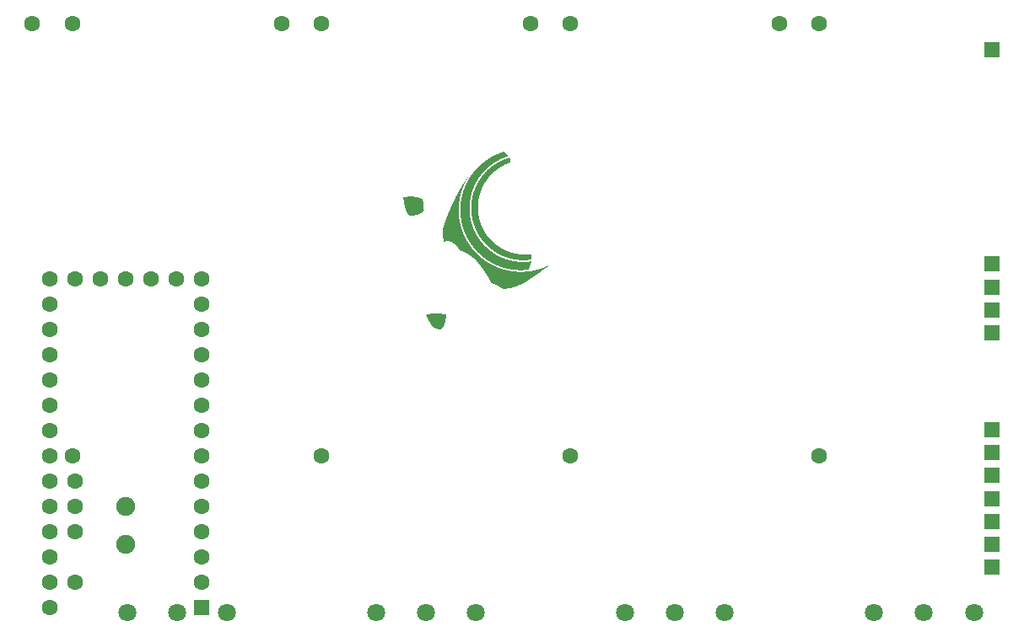
<source format=gbr>
%TF.GenerationSoftware,KiCad,Pcbnew,(6.0.4)*%
%TF.CreationDate,2022-06-13T21:37:06-04:00*%
%TF.ProjectId,midimania,6d696469-6d61-46e6-9961-2e6b69636164,rev?*%
%TF.SameCoordinates,Original*%
%TF.FileFunction,Soldermask,Top*%
%TF.FilePolarity,Negative*%
%FSLAX46Y46*%
G04 Gerber Fmt 4.6, Leading zero omitted, Abs format (unit mm)*
G04 Created by KiCad (PCBNEW (6.0.4)) date 2022-06-13 21:37:06*
%MOMM*%
%LPD*%
G01*
G04 APERTURE LIST*
%ADD10R,1.500000X1.500000*%
%ADD11C,1.600000*%
%ADD12C,1.800000*%
%ADD13R,1.600000X1.600000*%
%ADD14C,1.900000*%
G04 APERTURE END LIST*
%TO.C,svg2mod*%
G36*
X150782370Y-86174419D02*
G01*
X150809126Y-86201223D01*
X150835710Y-86227931D01*
X150862076Y-86254511D01*
X150888182Y-86280935D01*
X150913981Y-86307175D01*
X150939432Y-86333199D01*
X150964488Y-86358980D01*
X150989107Y-86384487D01*
X151013243Y-86409692D01*
X151036854Y-86434565D01*
X151059894Y-86459077D01*
X151082320Y-86483199D01*
X151104087Y-86506901D01*
X151125151Y-86530153D01*
X151145468Y-86552928D01*
X151164995Y-86575195D01*
X151177757Y-86589984D01*
X151190105Y-86604490D01*
X151156972Y-86614214D01*
X151123927Y-86624143D01*
X151090971Y-86634276D01*
X151058105Y-86644614D01*
X151025330Y-86655154D01*
X150992646Y-86665897D01*
X150960054Y-86676841D01*
X150927555Y-86687986D01*
X150895149Y-86699331D01*
X150862838Y-86710876D01*
X150830621Y-86722619D01*
X150798500Y-86734561D01*
X150766476Y-86746699D01*
X150734549Y-86759034D01*
X150702719Y-86771564D01*
X150670988Y-86784290D01*
X150639357Y-86797209D01*
X150607826Y-86810322D01*
X150576395Y-86823628D01*
X150545067Y-86837126D01*
X150513840Y-86850815D01*
X150482717Y-86864695D01*
X150451697Y-86878764D01*
X150420782Y-86893022D01*
X150389972Y-86907469D01*
X150359268Y-86922103D01*
X150328671Y-86936924D01*
X150298181Y-86951932D01*
X150267800Y-86967124D01*
X150237527Y-86982501D01*
X150207364Y-86998062D01*
X150177312Y-87013806D01*
X150147371Y-87029733D01*
X150117541Y-87045841D01*
X150087825Y-87062130D01*
X150058221Y-87078599D01*
X150028732Y-87095248D01*
X149999358Y-87112075D01*
X149970099Y-87129081D01*
X149940956Y-87146263D01*
X149911931Y-87163622D01*
X149883023Y-87181157D01*
X149854234Y-87198867D01*
X149825564Y-87216751D01*
X149797014Y-87234809D01*
X149768585Y-87253039D01*
X149740277Y-87271442D01*
X149712092Y-87290015D01*
X149684029Y-87308760D01*
X149656090Y-87327674D01*
X149628276Y-87346757D01*
X149600586Y-87366009D01*
X149573023Y-87385428D01*
X149545586Y-87405014D01*
X149518276Y-87424767D01*
X149491095Y-87444684D01*
X149464042Y-87464767D01*
X149437119Y-87485013D01*
X149410327Y-87505423D01*
X149383665Y-87525995D01*
X149357135Y-87546728D01*
X149330738Y-87567623D01*
X149304474Y-87588678D01*
X149278343Y-87609892D01*
X149252348Y-87631266D01*
X149226488Y-87652797D01*
X149200764Y-87674485D01*
X149175177Y-87696330D01*
X149149728Y-87718331D01*
X149124417Y-87740487D01*
X149099246Y-87762797D01*
X149074214Y-87785261D01*
X149049323Y-87807878D01*
X149024573Y-87830646D01*
X148999965Y-87853567D01*
X148975500Y-87876637D01*
X148951179Y-87899858D01*
X148927002Y-87923228D01*
X148902970Y-87946746D01*
X148879084Y-87970412D01*
X148855344Y-87994225D01*
X148831751Y-88018184D01*
X148808307Y-88042289D01*
X148785011Y-88066538D01*
X148761865Y-88090932D01*
X148738868Y-88115468D01*
X148716023Y-88140147D01*
X148693329Y-88164968D01*
X148670788Y-88189930D01*
X148648400Y-88215032D01*
X148626166Y-88240274D01*
X148604086Y-88265655D01*
X148582162Y-88291173D01*
X148560394Y-88316829D01*
X148538782Y-88342622D01*
X148517328Y-88368550D01*
X148496033Y-88394614D01*
X148474896Y-88420812D01*
X148453920Y-88447144D01*
X148433103Y-88473608D01*
X148412448Y-88500205D01*
X148391955Y-88526933D01*
X148371625Y-88553792D01*
X148351458Y-88580781D01*
X148331455Y-88607899D01*
X148311617Y-88635146D01*
X148291945Y-88662520D01*
X148272439Y-88690021D01*
X148253100Y-88717649D01*
X148233929Y-88745402D01*
X148214927Y-88773280D01*
X148196094Y-88801282D01*
X148177431Y-88829407D01*
X148158939Y-88857655D01*
X148140619Y-88886025D01*
X148122470Y-88914516D01*
X148104495Y-88943127D01*
X148086694Y-88971858D01*
X148069067Y-89000708D01*
X148051615Y-89029675D01*
X148034339Y-89058761D01*
X148017240Y-89087963D01*
X148000318Y-89117280D01*
X147983575Y-89146714D01*
X147967010Y-89176261D01*
X147950625Y-89205922D01*
X147934420Y-89235696D01*
X147918397Y-89265583D01*
X147902555Y-89295581D01*
X147886896Y-89325689D01*
X147871420Y-89355908D01*
X147856129Y-89386236D01*
X147841022Y-89416673D01*
X147826100Y-89447217D01*
X147811365Y-89477869D01*
X147796817Y-89508626D01*
X147782457Y-89539490D01*
X147768285Y-89570458D01*
X147754302Y-89601530D01*
X147740510Y-89632706D01*
X147726908Y-89663984D01*
X147713497Y-89695364D01*
X147700278Y-89726846D01*
X147687253Y-89758428D01*
X147674421Y-89790109D01*
X147661783Y-89821890D01*
X147649341Y-89853768D01*
X147637094Y-89885744D01*
X147625044Y-89917817D01*
X147613192Y-89949986D01*
X147601537Y-89982250D01*
X147590081Y-90014609D01*
X147578825Y-90047061D01*
X147567768Y-90079607D01*
X147556913Y-90112245D01*
X147546260Y-90144974D01*
X147535809Y-90177794D01*
X147525561Y-90210704D01*
X147515518Y-90243704D01*
X147505678Y-90276792D01*
X147496045Y-90309968D01*
X147486617Y-90343231D01*
X147477397Y-90376581D01*
X147468384Y-90410016D01*
X147459579Y-90443536D01*
X147450983Y-90477141D01*
X147442598Y-90510828D01*
X147434422Y-90544599D01*
X147426459Y-90578451D01*
X147418707Y-90612385D01*
X147411051Y-90646029D01*
X147403606Y-90679754D01*
X147396374Y-90713558D01*
X147389353Y-90747441D01*
X147382545Y-90781402D01*
X147375952Y-90815440D01*
X147369572Y-90849554D01*
X147363407Y-90883744D01*
X147357458Y-90918009D01*
X147351725Y-90952348D01*
X147346209Y-90986759D01*
X147340911Y-91021244D01*
X147335830Y-91055799D01*
X147330969Y-91090426D01*
X147326327Y-91125123D01*
X147321905Y-91159889D01*
X147317704Y-91194723D01*
X147313724Y-91229625D01*
X147309967Y-91264594D01*
X147306432Y-91299629D01*
X147303120Y-91334729D01*
X147300033Y-91369893D01*
X147297170Y-91405122D01*
X147294532Y-91440413D01*
X147292121Y-91475766D01*
X147289936Y-91511181D01*
X147287978Y-91546656D01*
X147286248Y-91582192D01*
X147284747Y-91617785D01*
X147283475Y-91653438D01*
X147282432Y-91689147D01*
X147281621Y-91724913D01*
X147281040Y-91760735D01*
X147280691Y-91796612D01*
X147280575Y-91832543D01*
X147280680Y-91866547D01*
X147280994Y-91900502D01*
X147281517Y-91934407D01*
X147282248Y-91968260D01*
X147283186Y-92002063D01*
X147284331Y-92035814D01*
X147285683Y-92069512D01*
X147287240Y-92103157D01*
X147289002Y-92136748D01*
X147290969Y-92170285D01*
X147293139Y-92203767D01*
X147295512Y-92237193D01*
X147298089Y-92270563D01*
X147300867Y-92303876D01*
X147303846Y-92337132D01*
X147307026Y-92370330D01*
X147310407Y-92403469D01*
X147313986Y-92436549D01*
X147317765Y-92469569D01*
X147321742Y-92502529D01*
X147325917Y-92535427D01*
X147330288Y-92568264D01*
X147334856Y-92601038D01*
X147339620Y-92633750D01*
X147344580Y-92666398D01*
X147349733Y-92698981D01*
X147355081Y-92731500D01*
X147360622Y-92763954D01*
X147366356Y-92796341D01*
X147372282Y-92828662D01*
X147378400Y-92860916D01*
X147384709Y-92893102D01*
X147391208Y-92925219D01*
X147397896Y-92957268D01*
X147404774Y-92989246D01*
X147411840Y-93021155D01*
X147419094Y-93052992D01*
X147426536Y-93084758D01*
X147434163Y-93116452D01*
X147441978Y-93148073D01*
X147449977Y-93179621D01*
X147458161Y-93211095D01*
X147466530Y-93242494D01*
X147475082Y-93273818D01*
X147483817Y-93305066D01*
X147492734Y-93336238D01*
X147501833Y-93367333D01*
X147511113Y-93398350D01*
X147520574Y-93429289D01*
X147530215Y-93460149D01*
X147540035Y-93490930D01*
X147550033Y-93521630D01*
X147560210Y-93552250D01*
X147570564Y-93582789D01*
X147581095Y-93613245D01*
X147591803Y-93643619D01*
X147602686Y-93673910D01*
X147613744Y-93704117D01*
X147624976Y-93734240D01*
X147636382Y-93764278D01*
X147647961Y-93794230D01*
X147659713Y-93824096D01*
X147671637Y-93853875D01*
X147683732Y-93883567D01*
X147695998Y-93913170D01*
X147708434Y-93942685D01*
X147721039Y-93972111D01*
X147733814Y-94001447D01*
X147746756Y-94030692D01*
X147759867Y-94059846D01*
X147773144Y-94088909D01*
X147786588Y-94117879D01*
X147800197Y-94146756D01*
X147813972Y-94175540D01*
X147827912Y-94204229D01*
X147842015Y-94232824D01*
X147856282Y-94261323D01*
X147870711Y-94289726D01*
X147885303Y-94318033D01*
X147900056Y-94346243D01*
X147914970Y-94374354D01*
X147930045Y-94402367D01*
X147945279Y-94430281D01*
X147960672Y-94458096D01*
X147976224Y-94485810D01*
X147991934Y-94513423D01*
X148007800Y-94540934D01*
X148023824Y-94568344D01*
X148040003Y-94595651D01*
X148056338Y-94622854D01*
X148072828Y-94649954D01*
X148089472Y-94676948D01*
X148106270Y-94703838D01*
X148123220Y-94730622D01*
X148140323Y-94757299D01*
X148157577Y-94783870D01*
X148174983Y-94810332D01*
X148192539Y-94836687D01*
X148210245Y-94862932D01*
X148228101Y-94889069D01*
X148246105Y-94915095D01*
X148264257Y-94941010D01*
X148282556Y-94966814D01*
X148301003Y-94992506D01*
X148319596Y-95018085D01*
X148338334Y-95043552D01*
X148357217Y-95068904D01*
X148376245Y-95094143D01*
X148395416Y-95119266D01*
X148414731Y-95144273D01*
X148434188Y-95169165D01*
X148453787Y-95193939D01*
X148473527Y-95218597D01*
X148493409Y-95243136D01*
X148513430Y-95267556D01*
X148533591Y-95291857D01*
X148553890Y-95316038D01*
X148574328Y-95340099D01*
X148594904Y-95364039D01*
X148615616Y-95387856D01*
X148636465Y-95411552D01*
X148657450Y-95435125D01*
X148678570Y-95458573D01*
X148699825Y-95481898D01*
X148721213Y-95505098D01*
X148742735Y-95528173D01*
X148764390Y-95551122D01*
X148786177Y-95573943D01*
X148808095Y-95596638D01*
X148830145Y-95619205D01*
X148852324Y-95641643D01*
X148874634Y-95663953D01*
X148897072Y-95686132D01*
X148919639Y-95708182D01*
X148942333Y-95730100D01*
X148965155Y-95751887D01*
X148988104Y-95773542D01*
X149011179Y-95795064D01*
X149034379Y-95816452D01*
X149057703Y-95837707D01*
X149081152Y-95858827D01*
X149104725Y-95879812D01*
X149128421Y-95900661D01*
X149152238Y-95921373D01*
X149176178Y-95941949D01*
X149200239Y-95962387D01*
X149224420Y-95982686D01*
X149248721Y-96002847D01*
X149273141Y-96022868D01*
X149297680Y-96042749D01*
X149322338Y-96062490D01*
X149347112Y-96082089D01*
X149372003Y-96101546D01*
X149397011Y-96120861D01*
X149422134Y-96140032D01*
X149447373Y-96159060D01*
X149472725Y-96177943D01*
X149498191Y-96196681D01*
X149523771Y-96215274D01*
X149549463Y-96233720D01*
X149575267Y-96252020D01*
X149601182Y-96270172D01*
X149627208Y-96288176D01*
X149653345Y-96306032D01*
X149679590Y-96323738D01*
X149705945Y-96341294D01*
X149732407Y-96358700D01*
X149758978Y-96375954D01*
X149785655Y-96393057D01*
X149812439Y-96410007D01*
X149839329Y-96426805D01*
X149866323Y-96443449D01*
X149893423Y-96459939D01*
X149920626Y-96476274D01*
X149947933Y-96492453D01*
X149975342Y-96508477D01*
X150002854Y-96524343D01*
X150030467Y-96540053D01*
X150058181Y-96555605D01*
X150085996Y-96570998D01*
X150113910Y-96586232D01*
X150141923Y-96601307D01*
X150170034Y-96616221D01*
X150198244Y-96630974D01*
X150226551Y-96645566D01*
X150254954Y-96659995D01*
X150283453Y-96674262D01*
X150312048Y-96688365D01*
X150340737Y-96702305D01*
X150369521Y-96716080D01*
X150398398Y-96729689D01*
X150427368Y-96743133D01*
X150456431Y-96756410D01*
X150485585Y-96769521D01*
X150514830Y-96782463D01*
X150544166Y-96795238D01*
X150573592Y-96807843D01*
X150603107Y-96820279D01*
X150632710Y-96832545D01*
X150662402Y-96844640D01*
X150692181Y-96856564D01*
X150722047Y-96868316D01*
X150751999Y-96879895D01*
X150782037Y-96891301D01*
X150812160Y-96902533D01*
X150842367Y-96913591D01*
X150872658Y-96924474D01*
X150903032Y-96935181D01*
X150933488Y-96945713D01*
X150964027Y-96956067D01*
X150994647Y-96966243D01*
X151025347Y-96976242D01*
X151056128Y-96986062D01*
X151086988Y-96995703D01*
X151117927Y-97005164D01*
X151148944Y-97014444D01*
X151180039Y-97023543D01*
X151211211Y-97032460D01*
X151242459Y-97041195D01*
X151273783Y-97049747D01*
X151305182Y-97058116D01*
X151336656Y-97066300D01*
X151368204Y-97074299D01*
X151399825Y-97082113D01*
X151431519Y-97089741D01*
X151463285Y-97097183D01*
X151495122Y-97104437D01*
X151527031Y-97111503D01*
X151559009Y-97118381D01*
X151591058Y-97125069D01*
X151623175Y-97131568D01*
X151655361Y-97137877D01*
X151687615Y-97143995D01*
X151719936Y-97149921D01*
X151752323Y-97155655D01*
X151784777Y-97161196D01*
X151817296Y-97166544D01*
X151849879Y-97171697D01*
X151882527Y-97176657D01*
X151915239Y-97181421D01*
X151948013Y-97185989D01*
X151980850Y-97190360D01*
X152013748Y-97194535D01*
X152046708Y-97198512D01*
X152079728Y-97202291D01*
X152112808Y-97205870D01*
X152145947Y-97209251D01*
X152179145Y-97212431D01*
X152212401Y-97215410D01*
X152245714Y-97218188D01*
X152279084Y-97220764D01*
X152312510Y-97223138D01*
X152345992Y-97225308D01*
X152379529Y-97227275D01*
X152413120Y-97229037D01*
X152446765Y-97230594D01*
X152480463Y-97231946D01*
X152514214Y-97233091D01*
X152548017Y-97234029D01*
X152581870Y-97234760D01*
X152615775Y-97235283D01*
X152649730Y-97235597D01*
X152683734Y-97235702D01*
X152718673Y-97235592D01*
X152753557Y-97235261D01*
X152788387Y-97234711D01*
X152823162Y-97233942D01*
X152857881Y-97232955D01*
X152892544Y-97231749D01*
X152927150Y-97230327D01*
X152961699Y-97228687D01*
X152996191Y-97226832D01*
X153030624Y-97224761D01*
X153064999Y-97222475D01*
X153099315Y-97219975D01*
X153133572Y-97217262D01*
X153167768Y-97214335D01*
X153201904Y-97211196D01*
X153235979Y-97207845D01*
X153269993Y-97204282D01*
X153303944Y-97200509D01*
X153337833Y-97196526D01*
X153371660Y-97192333D01*
X153405422Y-97187931D01*
X153439121Y-97183321D01*
X153472756Y-97178503D01*
X153465943Y-97212924D01*
X153458794Y-97247390D01*
X153451316Y-97281801D01*
X153443518Y-97316055D01*
X153435407Y-97350052D01*
X153426990Y-97383692D01*
X153418277Y-97416874D01*
X153409275Y-97449498D01*
X153399991Y-97481463D01*
X153390433Y-97512668D01*
X153378656Y-97548984D01*
X153366537Y-97584279D01*
X153354092Y-97618621D01*
X153341339Y-97652076D01*
X153328296Y-97684711D01*
X153314980Y-97716593D01*
X153301410Y-97747789D01*
X153287601Y-97778365D01*
X153273572Y-97808389D01*
X153259341Y-97837927D01*
X153244925Y-97867045D01*
X153230341Y-97895811D01*
X153215607Y-97924291D01*
X153200740Y-97952552D01*
X153185759Y-97980660D01*
X153170680Y-98008684D01*
X153136103Y-98012768D01*
X153101473Y-98016653D01*
X153066789Y-98020339D01*
X153032052Y-98023826D01*
X152997261Y-98027114D01*
X152962417Y-98030204D01*
X152927519Y-98033094D01*
X152892568Y-98035785D01*
X152857563Y-98038277D01*
X152822504Y-98040571D01*
X152787391Y-98042665D01*
X152752224Y-98044559D01*
X152717003Y-98046255D01*
X152681729Y-98047751D01*
X152646399Y-98049048D01*
X152611016Y-98050145D01*
X152575578Y-98051043D01*
X152540086Y-98051742D01*
X152504540Y-98052241D01*
X152468939Y-98052540D01*
X152433283Y-98052640D01*
X152401838Y-98052626D01*
X152370395Y-98052545D01*
X152338978Y-98052335D01*
X152307610Y-98051937D01*
X152276316Y-98051290D01*
X152240416Y-98050277D01*
X152204568Y-98049056D01*
X152168774Y-98047629D01*
X152133033Y-98045995D01*
X152097346Y-98044156D01*
X152061714Y-98042112D01*
X152026137Y-98039863D01*
X151990616Y-98037411D01*
X151955152Y-98034755D01*
X151919745Y-98031896D01*
X151884396Y-98028836D01*
X151849104Y-98025574D01*
X151813872Y-98022111D01*
X151778699Y-98018447D01*
X151743586Y-98014584D01*
X151708534Y-98010522D01*
X151673542Y-98006260D01*
X151638613Y-98001801D01*
X151603745Y-97997145D01*
X151568941Y-97992291D01*
X151534200Y-97987241D01*
X151499523Y-97981996D01*
X151464911Y-97976555D01*
X151430364Y-97970919D01*
X151395882Y-97965090D01*
X151361467Y-97959067D01*
X151327119Y-97952851D01*
X151292838Y-97946443D01*
X151258626Y-97939844D01*
X151224482Y-97933053D01*
X151190407Y-97926071D01*
X151156403Y-97918900D01*
X151122468Y-97911539D01*
X151088605Y-97903990D01*
X151054813Y-97896252D01*
X151021093Y-97888327D01*
X150987446Y-97880214D01*
X150953872Y-97871916D01*
X150920372Y-97863431D01*
X150886947Y-97854761D01*
X150853596Y-97845906D01*
X150820321Y-97836867D01*
X150787122Y-97827644D01*
X150754001Y-97818238D01*
X150720956Y-97808650D01*
X150687989Y-97798880D01*
X150655101Y-97788929D01*
X150622292Y-97778797D01*
X150589562Y-97768485D01*
X150556913Y-97757994D01*
X150524345Y-97747323D01*
X150491858Y-97736474D01*
X150459452Y-97725447D01*
X150427130Y-97714243D01*
X150394890Y-97702863D01*
X150362735Y-97691306D01*
X150330663Y-97679574D01*
X150298676Y-97667667D01*
X150266775Y-97655586D01*
X150234960Y-97643331D01*
X150203231Y-97630902D01*
X150171590Y-97618301D01*
X150140036Y-97605528D01*
X150108571Y-97592584D01*
X150077195Y-97579469D01*
X150045908Y-97566184D01*
X150014711Y-97552728D01*
X149983604Y-97539104D01*
X149952589Y-97525311D01*
X149921666Y-97511351D01*
X149890835Y-97497222D01*
X149860097Y-97482927D01*
X149829453Y-97468466D01*
X149798902Y-97453840D01*
X149768447Y-97439048D01*
X149738086Y-97424091D01*
X149707822Y-97408971D01*
X149677654Y-97393687D01*
X149647583Y-97378241D01*
X149617609Y-97362633D01*
X149587734Y-97346863D01*
X149557957Y-97330931D01*
X149528280Y-97314840D01*
X149498703Y-97298589D01*
X149469226Y-97282178D01*
X149439850Y-97265609D01*
X149410576Y-97248881D01*
X149381404Y-97231996D01*
X149352334Y-97214954D01*
X149323368Y-97197756D01*
X149294507Y-97180402D01*
X149265749Y-97162892D01*
X149237097Y-97145228D01*
X149208550Y-97127410D01*
X149180110Y-97109439D01*
X149151776Y-97091314D01*
X149123550Y-97073038D01*
X149095432Y-97054609D01*
X149067422Y-97036029D01*
X149039522Y-97017299D01*
X149011731Y-96998419D01*
X148984051Y-96979389D01*
X148956481Y-96960210D01*
X148929023Y-96940884D01*
X148901677Y-96921409D01*
X148874444Y-96901787D01*
X148847324Y-96882019D01*
X148820317Y-96862105D01*
X148793425Y-96842046D01*
X148766648Y-96821841D01*
X148739987Y-96801493D01*
X148713441Y-96781001D01*
X148687012Y-96760365D01*
X148660701Y-96739588D01*
X148634507Y-96718668D01*
X148608432Y-96697607D01*
X148582475Y-96676405D01*
X148556638Y-96655063D01*
X148530922Y-96633582D01*
X148505326Y-96611962D01*
X148479851Y-96590203D01*
X148454498Y-96568306D01*
X148429268Y-96546272D01*
X148404161Y-96524101D01*
X148379177Y-96501794D01*
X148354318Y-96479352D01*
X148329583Y-96456775D01*
X148304973Y-96434063D01*
X148280490Y-96411218D01*
X148256133Y-96388239D01*
X148231903Y-96365128D01*
X148207801Y-96341884D01*
X148183827Y-96318509D01*
X148159982Y-96295003D01*
X148136266Y-96271367D01*
X148112680Y-96247601D01*
X148089225Y-96223706D01*
X148065901Y-96199683D01*
X148042709Y-96175531D01*
X148019648Y-96151252D01*
X147996721Y-96126846D01*
X147973927Y-96102314D01*
X147951268Y-96077656D01*
X147928742Y-96052873D01*
X147906352Y-96027966D01*
X147884098Y-96002934D01*
X147861980Y-95977779D01*
X147839999Y-95952502D01*
X147818156Y-95927102D01*
X147796450Y-95901581D01*
X147774884Y-95875938D01*
X147753456Y-95850175D01*
X147732168Y-95824292D01*
X147711021Y-95798290D01*
X147690015Y-95772169D01*
X147669150Y-95745930D01*
X147648427Y-95719573D01*
X147627847Y-95693099D01*
X147607410Y-95666509D01*
X147587118Y-95639803D01*
X147566969Y-95612982D01*
X147546966Y-95586046D01*
X147527108Y-95558995D01*
X147507396Y-95531832D01*
X147487831Y-95504555D01*
X147468414Y-95477166D01*
X147449144Y-95449665D01*
X147430023Y-95422053D01*
X147411051Y-95394331D01*
X147392228Y-95366498D01*
X147373556Y-95338556D01*
X147355034Y-95310505D01*
X147336664Y-95282346D01*
X147318446Y-95254078D01*
X147300381Y-95225704D01*
X147282468Y-95197223D01*
X147264709Y-95168636D01*
X147247105Y-95139944D01*
X147229655Y-95111147D01*
X147212361Y-95082245D01*
X147195223Y-95053240D01*
X147178241Y-95024132D01*
X147161416Y-94994921D01*
X147144750Y-94965609D01*
X147128241Y-94936195D01*
X147111892Y-94906680D01*
X147095702Y-94877065D01*
X147081768Y-94851241D01*
X147067983Y-94825370D01*
X147054327Y-94799435D01*
X147040785Y-94773418D01*
X147027338Y-94747303D01*
X147011894Y-94716930D01*
X146996615Y-94686459D01*
X146981502Y-94655890D01*
X146966556Y-94625225D01*
X146951777Y-94594462D01*
X146937165Y-94563604D01*
X146922722Y-94532651D01*
X146908448Y-94501603D01*
X146894344Y-94470461D01*
X146880410Y-94439226D01*
X146866646Y-94407897D01*
X146853054Y-94376477D01*
X146839634Y-94344964D01*
X146826386Y-94313361D01*
X146813311Y-94281667D01*
X146800411Y-94249883D01*
X146787684Y-94218010D01*
X146775133Y-94186048D01*
X146762757Y-94153998D01*
X146750557Y-94121861D01*
X146738534Y-94089636D01*
X146726689Y-94057325D01*
X146715021Y-94024929D01*
X146703532Y-93992447D01*
X146692222Y-93959881D01*
X146681092Y-93927231D01*
X146670142Y-93894498D01*
X146659373Y-93861682D01*
X146648786Y-93828784D01*
X146638380Y-93795804D01*
X146628158Y-93762743D01*
X146618119Y-93729602D01*
X146608264Y-93696381D01*
X146598593Y-93663081D01*
X146589108Y-93629703D01*
X146579808Y-93596246D01*
X146570695Y-93562712D01*
X146561768Y-93529102D01*
X146553029Y-93495415D01*
X146544479Y-93461652D01*
X146536117Y-93427815D01*
X146527944Y-93393903D01*
X146519962Y-93359918D01*
X146512170Y-93325859D01*
X146504569Y-93291727D01*
X146497159Y-93257524D01*
X146489943Y-93223249D01*
X146482919Y-93188904D01*
X146476088Y-93154488D01*
X146469452Y-93120003D01*
X146463011Y-93085448D01*
X146456765Y-93050825D01*
X146450714Y-93016135D01*
X146444861Y-92981377D01*
X146439204Y-92946552D01*
X146433746Y-92911662D01*
X146428485Y-92876706D01*
X146423424Y-92841685D01*
X146418562Y-92806600D01*
X146413900Y-92771451D01*
X146409439Y-92736240D01*
X146405179Y-92700965D01*
X146401122Y-92665629D01*
X146397267Y-92630232D01*
X146393614Y-92594774D01*
X146390166Y-92559256D01*
X146386922Y-92523679D01*
X146383883Y-92488042D01*
X146381050Y-92452348D01*
X146378422Y-92416595D01*
X146376002Y-92380786D01*
X146373789Y-92344920D01*
X146371783Y-92308998D01*
X146369986Y-92273021D01*
X146368399Y-92236989D01*
X146367021Y-92200903D01*
X146365853Y-92164764D01*
X146364897Y-92128572D01*
X146364152Y-92092327D01*
X146363619Y-92056031D01*
X146363299Y-92019684D01*
X146363192Y-91983286D01*
X146363194Y-91983237D01*
X146363294Y-91948029D01*
X146363593Y-91912869D01*
X146364091Y-91877757D01*
X146364788Y-91842693D01*
X146365682Y-91807678D01*
X146366773Y-91772713D01*
X146368061Y-91737798D01*
X146369544Y-91702933D01*
X146371224Y-91668120D01*
X146373099Y-91633358D01*
X146375168Y-91598648D01*
X146377431Y-91563991D01*
X146379887Y-91529387D01*
X146382536Y-91494837D01*
X146385378Y-91460342D01*
X146388412Y-91425901D01*
X146391637Y-91391516D01*
X146395052Y-91357186D01*
X146398658Y-91322914D01*
X146402454Y-91288698D01*
X146406439Y-91254539D01*
X146410612Y-91220439D01*
X146414973Y-91186398D01*
X146419522Y-91152415D01*
X146424258Y-91118493D01*
X146429181Y-91084630D01*
X146434289Y-91050828D01*
X146439583Y-91017088D01*
X146445061Y-90983410D01*
X146450724Y-90949793D01*
X146456571Y-90916240D01*
X146462601Y-90882750D01*
X146468814Y-90849325D01*
X146475209Y-90815963D01*
X146481786Y-90782667D01*
X146488543Y-90749437D01*
X146495482Y-90716272D01*
X146502600Y-90683174D01*
X146509898Y-90650144D01*
X146517375Y-90617181D01*
X146525030Y-90584286D01*
X146532863Y-90551461D01*
X146540874Y-90518704D01*
X146549061Y-90486018D01*
X146557425Y-90453402D01*
X146565964Y-90420857D01*
X146574679Y-90388383D01*
X146583568Y-90355981D01*
X146592632Y-90323652D01*
X146601869Y-90291396D01*
X146611279Y-90259214D01*
X146620862Y-90227106D01*
X146630617Y-90195073D01*
X146640543Y-90163115D01*
X146650640Y-90131232D01*
X146660908Y-90099426D01*
X146671345Y-90067697D01*
X146681952Y-90036045D01*
X146692728Y-90004472D01*
X146703672Y-89972976D01*
X146714783Y-89941560D01*
X146726062Y-89910223D01*
X146737507Y-89878966D01*
X146749119Y-89847790D01*
X146760896Y-89816695D01*
X146772838Y-89785682D01*
X146784945Y-89754751D01*
X146797215Y-89723903D01*
X146809649Y-89693138D01*
X146822246Y-89662456D01*
X146835006Y-89631859D01*
X146847927Y-89601348D01*
X146861009Y-89570921D01*
X146874253Y-89540581D01*
X146887656Y-89510327D01*
X146901219Y-89480160D01*
X146914941Y-89450080D01*
X146928822Y-89420089D01*
X146942861Y-89390186D01*
X146957058Y-89360373D01*
X146971411Y-89330649D01*
X146985921Y-89301016D01*
X147000587Y-89271473D01*
X147015409Y-89242022D01*
X147030385Y-89212663D01*
X147045516Y-89183396D01*
X147060800Y-89154222D01*
X147076237Y-89125141D01*
X147091828Y-89096155D01*
X147107570Y-89067263D01*
X147123465Y-89038466D01*
X147139510Y-89009764D01*
X147155706Y-88981159D01*
X147172052Y-88952651D01*
X147188547Y-88924240D01*
X147205191Y-88895926D01*
X147221984Y-88867711D01*
X147238925Y-88839595D01*
X147256013Y-88811578D01*
X147273248Y-88783661D01*
X147290629Y-88755845D01*
X147308156Y-88728129D01*
X147325828Y-88700515D01*
X147343645Y-88673003D01*
X147361606Y-88645594D01*
X147379711Y-88618288D01*
X147397959Y-88591085D01*
X147416349Y-88563987D01*
X147434881Y-88536993D01*
X147453555Y-88510105D01*
X147472370Y-88483322D01*
X147491325Y-88456646D01*
X147510420Y-88430077D01*
X147529654Y-88403615D01*
X147549027Y-88377261D01*
X147568539Y-88351016D01*
X147588188Y-88324879D01*
X147607974Y-88298853D01*
X147627897Y-88272936D01*
X147647956Y-88247130D01*
X147668151Y-88221435D01*
X147688480Y-88195852D01*
X147708944Y-88170381D01*
X147729543Y-88145023D01*
X147750274Y-88119778D01*
X147771139Y-88094647D01*
X147792135Y-88069630D01*
X147813264Y-88044729D01*
X147834524Y-88019943D01*
X147855915Y-87995272D01*
X147877436Y-87970719D01*
X147899086Y-87946282D01*
X147920866Y-87921963D01*
X147942774Y-87897763D01*
X147964811Y-87873680D01*
X147986975Y-87849718D01*
X148009266Y-87825874D01*
X148031683Y-87802152D01*
X148054227Y-87778550D01*
X148076896Y-87755069D01*
X148099689Y-87731710D01*
X148122607Y-87708474D01*
X148145649Y-87685360D01*
X148168814Y-87662371D01*
X148192102Y-87639505D01*
X148215512Y-87616764D01*
X148239044Y-87594147D01*
X148262697Y-87571657D01*
X148286470Y-87549293D01*
X148310363Y-87527055D01*
X148334376Y-87504945D01*
X148358508Y-87482962D01*
X148382758Y-87461108D01*
X148407126Y-87439383D01*
X148431612Y-87417787D01*
X148456214Y-87396321D01*
X148480933Y-87374986D01*
X148505767Y-87353781D01*
X148530717Y-87332709D01*
X148555781Y-87311768D01*
X148580960Y-87290960D01*
X148606252Y-87270285D01*
X148631657Y-87249743D01*
X148657175Y-87229336D01*
X148682805Y-87209064D01*
X148708546Y-87188927D01*
X148734398Y-87168926D01*
X148760361Y-87149061D01*
X148786433Y-87129333D01*
X148812615Y-87109743D01*
X148838905Y-87090290D01*
X148865304Y-87070976D01*
X148891810Y-87051801D01*
X148918424Y-87032766D01*
X148945144Y-87013871D01*
X148971971Y-86995116D01*
X148998903Y-86976503D01*
X149025940Y-86958032D01*
X149053082Y-86939702D01*
X149080327Y-86921516D01*
X149107676Y-86903473D01*
X149135128Y-86885574D01*
X149162682Y-86867819D01*
X149190338Y-86850209D01*
X149218096Y-86832745D01*
X149245954Y-86815426D01*
X149273912Y-86798255D01*
X149301970Y-86781230D01*
X149330127Y-86764353D01*
X149358383Y-86747624D01*
X149386737Y-86731044D01*
X149415188Y-86714613D01*
X149443737Y-86698332D01*
X149472382Y-86682201D01*
X149501123Y-86666221D01*
X149529959Y-86650393D01*
X149558890Y-86634716D01*
X149587915Y-86619192D01*
X149617034Y-86603821D01*
X149646247Y-86588603D01*
X149675552Y-86573539D01*
X149704949Y-86558631D01*
X149734438Y-86543877D01*
X149764019Y-86529279D01*
X149793689Y-86514837D01*
X149823450Y-86500552D01*
X149853300Y-86486424D01*
X149883239Y-86472454D01*
X149913267Y-86458642D01*
X149943383Y-86444989D01*
X149973586Y-86431496D01*
X150003875Y-86418162D01*
X150034251Y-86404990D01*
X150064713Y-86391978D01*
X150095260Y-86379127D01*
X150125892Y-86366439D01*
X150156608Y-86353914D01*
X150187407Y-86341551D01*
X150218290Y-86329353D01*
X150249255Y-86317319D01*
X150280302Y-86305449D01*
X150311430Y-86293745D01*
X150342640Y-86282207D01*
X150373930Y-86270835D01*
X150405299Y-86259630D01*
X150436748Y-86248592D01*
X150468276Y-86237723D01*
X150499882Y-86227022D01*
X150531566Y-86216490D01*
X150563327Y-86206128D01*
X150595165Y-86195935D01*
X150627079Y-86185914D01*
X150659068Y-86176064D01*
X150691132Y-86166385D01*
X150723271Y-86156879D01*
X150755484Y-86147546D01*
X150782370Y-86174419D01*
G37*
G36*
X151318030Y-86779937D02*
G01*
X151333579Y-86808171D01*
X151347076Y-86835910D01*
X151358569Y-86863317D01*
X151368104Y-86890553D01*
X151375727Y-86917780D01*
X151382278Y-86949601D01*
X151386715Y-86982422D01*
X151389259Y-87016184D01*
X151390129Y-87050828D01*
X151389545Y-87086294D01*
X151387728Y-87122524D01*
X151384897Y-87159458D01*
X151381274Y-87197038D01*
X151377077Y-87235203D01*
X151345284Y-87245879D01*
X151313591Y-87256772D01*
X151282000Y-87267882D01*
X151250511Y-87279207D01*
X151219126Y-87290748D01*
X151187845Y-87302503D01*
X151156668Y-87314472D01*
X151125598Y-87326653D01*
X151094634Y-87339045D01*
X151063778Y-87351648D01*
X151033031Y-87364461D01*
X151002393Y-87377483D01*
X150971865Y-87390712D01*
X150941449Y-87404149D01*
X150911145Y-87417792D01*
X150880954Y-87431640D01*
X150850876Y-87445692D01*
X150820914Y-87459948D01*
X150791067Y-87474407D01*
X150761337Y-87489067D01*
X150731724Y-87503929D01*
X150702230Y-87518990D01*
X150672855Y-87534250D01*
X150643600Y-87549709D01*
X150614466Y-87565364D01*
X150585454Y-87581217D01*
X150556565Y-87597264D01*
X150527800Y-87613506D01*
X150499159Y-87629942D01*
X150470644Y-87646571D01*
X150442255Y-87663392D01*
X150413993Y-87680404D01*
X150385860Y-87697606D01*
X150357855Y-87714997D01*
X150329981Y-87732577D01*
X150302237Y-87750344D01*
X150274625Y-87768298D01*
X150247146Y-87786437D01*
X150219800Y-87804762D01*
X150192588Y-87823270D01*
X150165512Y-87841961D01*
X150138572Y-87860835D01*
X150111769Y-87879889D01*
X150085104Y-87899124D01*
X150058578Y-87918539D01*
X150032191Y-87938132D01*
X150005946Y-87957903D01*
X149979841Y-87977851D01*
X149953879Y-87997975D01*
X149928061Y-88018273D01*
X149902386Y-88038746D01*
X149876857Y-88059392D01*
X149851473Y-88080211D01*
X149826237Y-88101201D01*
X149801148Y-88122361D01*
X149776208Y-88143691D01*
X149751417Y-88165191D01*
X149726777Y-88186858D01*
X149702288Y-88208692D01*
X149677951Y-88230692D01*
X149653767Y-88252857D01*
X149629738Y-88275187D01*
X149605863Y-88297680D01*
X149582144Y-88320336D01*
X149558581Y-88343154D01*
X149535176Y-88366132D01*
X149511930Y-88389270D01*
X149488843Y-88412567D01*
X149465916Y-88436023D01*
X149443150Y-88459636D01*
X149420546Y-88483405D01*
X149398105Y-88507329D01*
X149375827Y-88531408D01*
X149353715Y-88555641D01*
X149331768Y-88580026D01*
X149309987Y-88604564D01*
X149288374Y-88629252D01*
X149266929Y-88654091D01*
X149245653Y-88679079D01*
X149224546Y-88704215D01*
X149203611Y-88729498D01*
X149182848Y-88754929D01*
X149162257Y-88780504D01*
X149141840Y-88806225D01*
X149121597Y-88832090D01*
X149101530Y-88858097D01*
X149081639Y-88884247D01*
X149061925Y-88910538D01*
X149042389Y-88936969D01*
X149023031Y-88963540D01*
X149003854Y-88990249D01*
X148984857Y-89017096D01*
X148966042Y-89044079D01*
X148947410Y-89071199D01*
X148928960Y-89098454D01*
X148910695Y-89125842D01*
X148892615Y-89153364D01*
X148874721Y-89181018D01*
X148857014Y-89208804D01*
X148839495Y-89236720D01*
X148822164Y-89264766D01*
X148805023Y-89292941D01*
X148788073Y-89321243D01*
X148771314Y-89349673D01*
X148754747Y-89378228D01*
X148738373Y-89406909D01*
X148722193Y-89435714D01*
X148706208Y-89464643D01*
X148690419Y-89493694D01*
X148674827Y-89522867D01*
X148659432Y-89552160D01*
X148644236Y-89581574D01*
X148629239Y-89611106D01*
X148614442Y-89640757D01*
X148599847Y-89670524D01*
X148585453Y-89700408D01*
X148571262Y-89730408D01*
X148557276Y-89760522D01*
X148543494Y-89790749D01*
X148529917Y-89821090D01*
X148516547Y-89851542D01*
X148503385Y-89882105D01*
X148490430Y-89912778D01*
X148477685Y-89943561D01*
X148465150Y-89974451D01*
X148452826Y-90005450D01*
X148440714Y-90036554D01*
X148428814Y-90067765D01*
X148417128Y-90099080D01*
X148405656Y-90130499D01*
X148394400Y-90162021D01*
X148383360Y-90193645D01*
X148372538Y-90225370D01*
X148361933Y-90257195D01*
X148351547Y-90289120D01*
X148341381Y-90321143D01*
X148331436Y-90353264D01*
X148321713Y-90385482D01*
X148312212Y-90417796D01*
X148302934Y-90450204D01*
X148293881Y-90482707D01*
X148285053Y-90515303D01*
X148276451Y-90547991D01*
X148268076Y-90580770D01*
X148259928Y-90613640D01*
X148252010Y-90646600D01*
X148244321Y-90679648D01*
X148236863Y-90712784D01*
X148229636Y-90746007D01*
X148222641Y-90779316D01*
X148215879Y-90812711D01*
X148209352Y-90846189D01*
X148203060Y-90879751D01*
X148197003Y-90913396D01*
X148191183Y-90947122D01*
X148185601Y-90980929D01*
X148180257Y-91014816D01*
X148175153Y-91048781D01*
X148170289Y-91082825D01*
X148165667Y-91116946D01*
X148161286Y-91151143D01*
X148157148Y-91185415D01*
X148153254Y-91219762D01*
X148149605Y-91254183D01*
X148146202Y-91288676D01*
X148143045Y-91323241D01*
X148140136Y-91357877D01*
X148137475Y-91392583D01*
X148135063Y-91427358D01*
X148132901Y-91462202D01*
X148130990Y-91497113D01*
X148129332Y-91532090D01*
X148127925Y-91567133D01*
X148126773Y-91602240D01*
X148125875Y-91637412D01*
X148125233Y-91672646D01*
X148124846Y-91707943D01*
X148124718Y-91743300D01*
X148124836Y-91777185D01*
X148125191Y-91811014D01*
X148125781Y-91844786D01*
X148126605Y-91878501D01*
X148127664Y-91912157D01*
X148128956Y-91945755D01*
X148130480Y-91979293D01*
X148132235Y-92012770D01*
X148134222Y-92046187D01*
X148136438Y-92079541D01*
X148138884Y-92112832D01*
X148141557Y-92146059D01*
X148144459Y-92179223D01*
X148147587Y-92212320D01*
X148150942Y-92245352D01*
X148154522Y-92278317D01*
X148158326Y-92311215D01*
X148162354Y-92344044D01*
X148166605Y-92376804D01*
X148171077Y-92409494D01*
X148175772Y-92442113D01*
X148180687Y-92474661D01*
X148185821Y-92507136D01*
X148191175Y-92539539D01*
X148196747Y-92571867D01*
X148202536Y-92604121D01*
X148208542Y-92636299D01*
X148214764Y-92668401D01*
X148221201Y-92700426D01*
X148227853Y-92732374D01*
X148234718Y-92764243D01*
X148241795Y-92796032D01*
X148249085Y-92827741D01*
X148256585Y-92859369D01*
X148264296Y-92890916D01*
X148272217Y-92922380D01*
X148280347Y-92953760D01*
X148288684Y-92985057D01*
X148297229Y-93016269D01*
X148305980Y-93047395D01*
X148314937Y-93078434D01*
X148324099Y-93109387D01*
X148333465Y-93140251D01*
X148343035Y-93171027D01*
X148352807Y-93201713D01*
X148362781Y-93232308D01*
X148372955Y-93262812D01*
X148383330Y-93293225D01*
X148393905Y-93323545D01*
X148404678Y-93353771D01*
X148415649Y-93383903D01*
X148426816Y-93413940D01*
X148438181Y-93443880D01*
X148449741Y-93473725D01*
X148461495Y-93503471D01*
X148473443Y-93533120D01*
X148485585Y-93562670D01*
X148497919Y-93592119D01*
X148510445Y-93621468D01*
X148523161Y-93650716D01*
X148536067Y-93679862D01*
X148549163Y-93708904D01*
X148562447Y-93737843D01*
X148575919Y-93766678D01*
X148589578Y-93795407D01*
X148603423Y-93824030D01*
X148617453Y-93852546D01*
X148631668Y-93880954D01*
X148646066Y-93909254D01*
X148660648Y-93937445D01*
X148675411Y-93965526D01*
X148690356Y-93993496D01*
X148705482Y-94021354D01*
X148720788Y-94049100D01*
X148736272Y-94076733D01*
X148751935Y-94104251D01*
X148767776Y-94131655D01*
X148783793Y-94158944D01*
X148799986Y-94186116D01*
X148816354Y-94213171D01*
X148832897Y-94240109D01*
X148849613Y-94266927D01*
X148866502Y-94293626D01*
X148883563Y-94320205D01*
X148900795Y-94346663D01*
X148918198Y-94372999D01*
X148935770Y-94399212D01*
X148953511Y-94425303D01*
X148971420Y-94451268D01*
X148989497Y-94477109D01*
X149007740Y-94502825D01*
X149026149Y-94528413D01*
X149044723Y-94553875D01*
X149063461Y-94579208D01*
X149082363Y-94604412D01*
X149101427Y-94629487D01*
X149120653Y-94654431D01*
X149140040Y-94679244D01*
X149159587Y-94703925D01*
X149179294Y-94728473D01*
X149199159Y-94752888D01*
X149219183Y-94777168D01*
X149239363Y-94801313D01*
X149259700Y-94825322D01*
X149280193Y-94849194D01*
X149300840Y-94872929D01*
X149321641Y-94896526D01*
X149342596Y-94919983D01*
X149363702Y-94943300D01*
X149384961Y-94966477D01*
X149406370Y-94989513D01*
X149427930Y-95012406D01*
X149449639Y-95035156D01*
X149471496Y-95057762D01*
X149493501Y-95080224D01*
X149515653Y-95102540D01*
X149537951Y-95124710D01*
X149560395Y-95146733D01*
X149582983Y-95168609D01*
X149605715Y-95190335D01*
X149628590Y-95211913D01*
X149651608Y-95233340D01*
X149674767Y-95254617D01*
X149698066Y-95275742D01*
X149721506Y-95296714D01*
X149745084Y-95317533D01*
X149768801Y-95338198D01*
X149792655Y-95358709D01*
X149816647Y-95379064D01*
X149840774Y-95399262D01*
X149865036Y-95419303D01*
X149889433Y-95439186D01*
X149913964Y-95458911D01*
X149938627Y-95478476D01*
X149963422Y-95497880D01*
X149988349Y-95517124D01*
X150013406Y-95536205D01*
X150038593Y-95555124D01*
X150063909Y-95573880D01*
X150089353Y-95592471D01*
X150114925Y-95610897D01*
X150140623Y-95629157D01*
X150166446Y-95647251D01*
X150192395Y-95665177D01*
X150218468Y-95682936D01*
X150244665Y-95700525D01*
X150270984Y-95717944D01*
X150297425Y-95735193D01*
X150323988Y-95752271D01*
X150350670Y-95769176D01*
X150377472Y-95785909D01*
X150404393Y-95802468D01*
X150431432Y-95818852D01*
X150458588Y-95835062D01*
X150485861Y-95851095D01*
X150513249Y-95866951D01*
X150540752Y-95882630D01*
X150568369Y-95898130D01*
X150596099Y-95913451D01*
X150623942Y-95928593D01*
X150651896Y-95943553D01*
X150679962Y-95958332D01*
X150708137Y-95972929D01*
X150736422Y-95987342D01*
X150764816Y-96001572D01*
X150793317Y-96015617D01*
X150821926Y-96029476D01*
X150850640Y-96043149D01*
X150879460Y-96056636D01*
X150908385Y-96069934D01*
X150937413Y-96083044D01*
X150966545Y-96095964D01*
X150995779Y-96108694D01*
X151025115Y-96121233D01*
X151054551Y-96133581D01*
X151084087Y-96145736D01*
X151113723Y-96157697D01*
X151143456Y-96169465D01*
X151173288Y-96181037D01*
X151203216Y-96192414D01*
X151233240Y-96203595D01*
X151263360Y-96214578D01*
X151293574Y-96225363D01*
X151323882Y-96235949D01*
X151354283Y-96246336D01*
X151384775Y-96256522D01*
X151415360Y-96266507D01*
X151446034Y-96276291D01*
X151476799Y-96285871D01*
X151507652Y-96295248D01*
X151538594Y-96304420D01*
X151569623Y-96313388D01*
X151600739Y-96322149D01*
X151631941Y-96330704D01*
X151663228Y-96339051D01*
X151694599Y-96347191D01*
X151726054Y-96355121D01*
X151757591Y-96362841D01*
X151789210Y-96370350D01*
X151820911Y-96377649D01*
X151852692Y-96384735D01*
X151884552Y-96391608D01*
X151916491Y-96398267D01*
X151948509Y-96404712D01*
X151980603Y-96410941D01*
X152012774Y-96416955D01*
X152045021Y-96422751D01*
X152077343Y-96428330D01*
X152109739Y-96433690D01*
X152142208Y-96438831D01*
X152174749Y-96443752D01*
X152207363Y-96448452D01*
X152240047Y-96452931D01*
X152272802Y-96457187D01*
X152305626Y-96461220D01*
X152338519Y-96465029D01*
X152371479Y-96468613D01*
X152404507Y-96471972D01*
X152437601Y-96475104D01*
X152470760Y-96478009D01*
X152503984Y-96480687D01*
X152537272Y-96483135D01*
X152570624Y-96485354D01*
X152604037Y-96487343D01*
X152637513Y-96489101D01*
X152671049Y-96490627D01*
X152704645Y-96491921D01*
X152738300Y-96492981D01*
X152772014Y-96493806D01*
X152805785Y-96494397D01*
X152839613Y-96494752D01*
X152873498Y-96494871D01*
X152909285Y-96494737D01*
X152945009Y-96494336D01*
X152980670Y-96493670D01*
X153016268Y-96492739D01*
X153051799Y-96491546D01*
X153087265Y-96490091D01*
X153122664Y-96488376D01*
X153157995Y-96486402D01*
X153193257Y-96484170D01*
X153228450Y-96481682D01*
X153263571Y-96478939D01*
X153298621Y-96475943D01*
X153333599Y-96472695D01*
X153368503Y-96469196D01*
X153403332Y-96465447D01*
X153438086Y-96461450D01*
X153472764Y-96457206D01*
X153480699Y-96484009D01*
X153488230Y-96511102D01*
X153495245Y-96538796D01*
X153501634Y-96567401D01*
X153507287Y-96597229D01*
X153512090Y-96628590D01*
X153515935Y-96661796D01*
X153518709Y-96697156D01*
X153520303Y-96734982D01*
X153520603Y-96775585D01*
X153519501Y-96819276D01*
X153517830Y-96850252D01*
X153515399Y-96882594D01*
X153512268Y-96916191D01*
X153508499Y-96950933D01*
X153504152Y-96986708D01*
X153469879Y-96991863D01*
X153435536Y-96996798D01*
X153401123Y-97001512D01*
X153366640Y-97006004D01*
X153332089Y-97010273D01*
X153297470Y-97014319D01*
X153262783Y-97018140D01*
X153228030Y-97021736D01*
X153193209Y-97025106D01*
X153158324Y-97028250D01*
X153123372Y-97031165D01*
X153088357Y-97033852D01*
X153053277Y-97036310D01*
X153018134Y-97038538D01*
X152982928Y-97040534D01*
X152947659Y-97042299D01*
X152912329Y-97043831D01*
X152876938Y-97045130D01*
X152841486Y-97046194D01*
X152805974Y-97047024D01*
X152770403Y-97047617D01*
X152734773Y-97047974D01*
X152699085Y-97048093D01*
X152665157Y-97047986D01*
X152631281Y-97047664D01*
X152597458Y-97047130D01*
X152563686Y-97046383D01*
X152529968Y-97045424D01*
X152496304Y-97044253D01*
X152462694Y-97042872D01*
X152429139Y-97041280D01*
X152395640Y-97039479D01*
X152362198Y-97037469D01*
X152328812Y-97035251D01*
X152295485Y-97032826D01*
X152262215Y-97030193D01*
X152229005Y-97027355D01*
X152195854Y-97024310D01*
X152162764Y-97021061D01*
X152129734Y-97017607D01*
X152096766Y-97013950D01*
X152063860Y-97010089D01*
X152031017Y-97006026D01*
X151998237Y-97001762D01*
X151965522Y-96997296D01*
X151932871Y-96992629D01*
X151900286Y-96987763D01*
X151867766Y-96982698D01*
X151835314Y-96977433D01*
X151802928Y-96971971D01*
X151770611Y-96966312D01*
X151738362Y-96960456D01*
X151706182Y-96954404D01*
X151674073Y-96948157D01*
X151642033Y-96941714D01*
X151610065Y-96935078D01*
X151578169Y-96928248D01*
X151546345Y-96921226D01*
X151514594Y-96914011D01*
X151482917Y-96906605D01*
X151451314Y-96899007D01*
X151419786Y-96891220D01*
X151388334Y-96883243D01*
X151356958Y-96875077D01*
X151325659Y-96866722D01*
X151294438Y-96858180D01*
X151263295Y-96849451D01*
X151232230Y-96840535D01*
X151201245Y-96831434D01*
X151170341Y-96822147D01*
X151139516Y-96812676D01*
X151108774Y-96803021D01*
X151078113Y-96793183D01*
X151047535Y-96783162D01*
X151017041Y-96772960D01*
X150986630Y-96762576D01*
X150956304Y-96752011D01*
X150926063Y-96741266D01*
X150895908Y-96730342D01*
X150865839Y-96719240D01*
X150835858Y-96707959D01*
X150805965Y-96696500D01*
X150776160Y-96684865D01*
X150746444Y-96673054D01*
X150716817Y-96661067D01*
X150687281Y-96648905D01*
X150657836Y-96636569D01*
X150628483Y-96624060D01*
X150599222Y-96611377D01*
X150570054Y-96598522D01*
X150540980Y-96585496D01*
X150511999Y-96572298D01*
X150483114Y-96558930D01*
X150454324Y-96545392D01*
X150425630Y-96531685D01*
X150397033Y-96517810D01*
X150368533Y-96503766D01*
X150340132Y-96489556D01*
X150311829Y-96475179D01*
X150283625Y-96460636D01*
X150255521Y-96445927D01*
X150227518Y-96431054D01*
X150199616Y-96416017D01*
X150171816Y-96400817D01*
X150144119Y-96385454D01*
X150116525Y-96369929D01*
X150089034Y-96354242D01*
X150061648Y-96338395D01*
X150034367Y-96322387D01*
X150007192Y-96306220D01*
X149980124Y-96289894D01*
X149953162Y-96273410D01*
X149926308Y-96256768D01*
X149899562Y-96239969D01*
X149872925Y-96223014D01*
X149846398Y-96205903D01*
X149819980Y-96188637D01*
X149793674Y-96171217D01*
X149767479Y-96153643D01*
X149741397Y-96135916D01*
X149715427Y-96118036D01*
X149689570Y-96100005D01*
X149663828Y-96081822D01*
X149638200Y-96063489D01*
X149612688Y-96045006D01*
X149587292Y-96026374D01*
X149562012Y-96007593D01*
X149536849Y-95988664D01*
X149511805Y-95969587D01*
X149486879Y-95950364D01*
X149462072Y-95930995D01*
X149437385Y-95911480D01*
X149412818Y-95891821D01*
X149388372Y-95872017D01*
X149364049Y-95852070D01*
X149339847Y-95831980D01*
X149315769Y-95811748D01*
X149291814Y-95791374D01*
X149267984Y-95770859D01*
X149244278Y-95750204D01*
X149220698Y-95729410D01*
X149197245Y-95708476D01*
X149173918Y-95687404D01*
X149150719Y-95666194D01*
X149127647Y-95644847D01*
X149104705Y-95623363D01*
X149081892Y-95601744D01*
X149059209Y-95579990D01*
X149036657Y-95558101D01*
X149014236Y-95536078D01*
X148991947Y-95513921D01*
X148969791Y-95491633D01*
X148947768Y-95469212D01*
X148925879Y-95446659D01*
X148904125Y-95423977D01*
X148882505Y-95401164D01*
X148861022Y-95378221D01*
X148839675Y-95355150D01*
X148818465Y-95331951D01*
X148797393Y-95308624D01*
X148776459Y-95285170D01*
X148755664Y-95261590D01*
X148735009Y-95237885D01*
X148714495Y-95214055D01*
X148694121Y-95190100D01*
X148673889Y-95166021D01*
X148653799Y-95141820D01*
X148633852Y-95117496D01*
X148614048Y-95093051D01*
X148594389Y-95068484D01*
X148574874Y-95043797D01*
X148555505Y-95018990D01*
X148536282Y-94994064D01*
X148517205Y-94969019D01*
X148498276Y-94943857D01*
X148479495Y-94918577D01*
X148460863Y-94893181D01*
X148442380Y-94867668D01*
X148424047Y-94842041D01*
X148405864Y-94816298D01*
X148387833Y-94790442D01*
X148369953Y-94764472D01*
X148352226Y-94738389D01*
X148334652Y-94712194D01*
X148317232Y-94685888D01*
X148299966Y-94659471D01*
X148282855Y-94632944D01*
X148265900Y-94606307D01*
X148249101Y-94579561D01*
X148232459Y-94552707D01*
X148215975Y-94525745D01*
X148199649Y-94498676D01*
X148183482Y-94471501D01*
X148167474Y-94444220D01*
X148151627Y-94416834D01*
X148135940Y-94389344D01*
X148120415Y-94361750D01*
X148105052Y-94334052D01*
X148089852Y-94306252D01*
X148074815Y-94278350D01*
X148059942Y-94250347D01*
X148045234Y-94222244D01*
X148030691Y-94194040D01*
X148016314Y-94165737D01*
X148002103Y-94137335D01*
X147988060Y-94108836D01*
X147974184Y-94080239D01*
X147960477Y-94051545D01*
X147946939Y-94022755D01*
X147933571Y-93993869D01*
X147920374Y-93964889D01*
X147907347Y-93935815D01*
X147894492Y-93906646D01*
X147881810Y-93877385D01*
X147869300Y-93848032D01*
X147856964Y-93818587D01*
X147844802Y-93789051D01*
X147832816Y-93759425D01*
X147821004Y-93729709D01*
X147809369Y-93699904D01*
X147797911Y-93670011D01*
X147786630Y-93640029D01*
X147775527Y-93609961D01*
X147764603Y-93579806D01*
X147753859Y-93549565D01*
X147743294Y-93519239D01*
X147732910Y-93488828D01*
X147722707Y-93458334D01*
X147712687Y-93427756D01*
X147702848Y-93397095D01*
X147693194Y-93366352D01*
X147683722Y-93335528D01*
X147674436Y-93304623D01*
X147665334Y-93273639D01*
X147656419Y-93242574D01*
X147647690Y-93211431D01*
X147639147Y-93180210D01*
X147630793Y-93148911D01*
X147622627Y-93117535D01*
X147614650Y-93086083D01*
X147606862Y-93054555D01*
X147599265Y-93022952D01*
X147591859Y-92991275D01*
X147584644Y-92959524D01*
X147577621Y-92927700D01*
X147570792Y-92895804D01*
X147564155Y-92863836D01*
X147557713Y-92831796D01*
X147551466Y-92799687D01*
X147545414Y-92767507D01*
X147539558Y-92735258D01*
X147533898Y-92702941D01*
X147528436Y-92670555D01*
X147523172Y-92638103D01*
X147518107Y-92605583D01*
X147513240Y-92572998D01*
X147508574Y-92540347D01*
X147504108Y-92507632D01*
X147499843Y-92474852D01*
X147495780Y-92442009D01*
X147491920Y-92409103D01*
X147488263Y-92376135D01*
X147484809Y-92343106D01*
X147481559Y-92310015D01*
X147478515Y-92276864D01*
X147475676Y-92243654D01*
X147473044Y-92210385D01*
X147470618Y-92177057D01*
X147468400Y-92143672D01*
X147466391Y-92110229D01*
X147464590Y-92076730D01*
X147462998Y-92043176D01*
X147461617Y-92009566D01*
X147460446Y-91975902D01*
X147459487Y-91942183D01*
X147458740Y-91908412D01*
X147458205Y-91874588D01*
X147457884Y-91840712D01*
X147457777Y-91806785D01*
X147457828Y-91806785D01*
X147457944Y-91771505D01*
X147458292Y-91736279D01*
X147458869Y-91701110D01*
X147459677Y-91665997D01*
X147460714Y-91630942D01*
X147461980Y-91595944D01*
X147463473Y-91561006D01*
X147465194Y-91526127D01*
X147467140Y-91491308D01*
X147469313Y-91456551D01*
X147471710Y-91421855D01*
X147474331Y-91387221D01*
X147477176Y-91352651D01*
X147480243Y-91318144D01*
X147483533Y-91283702D01*
X147487044Y-91249326D01*
X147490775Y-91215015D01*
X147494726Y-91180772D01*
X147498897Y-91146595D01*
X147503285Y-91112487D01*
X147507892Y-91078448D01*
X147512715Y-91044479D01*
X147517755Y-91010580D01*
X147523010Y-90976752D01*
X147528480Y-90942996D01*
X147534164Y-90909312D01*
X147540061Y-90875702D01*
X147546171Y-90842165D01*
X147552493Y-90808704D01*
X147559026Y-90775318D01*
X147565770Y-90742008D01*
X147572723Y-90708775D01*
X147579885Y-90675619D01*
X147587256Y-90642542D01*
X147594835Y-90609544D01*
X147602620Y-90576625D01*
X147610611Y-90543788D01*
X147618808Y-90511031D01*
X147627209Y-90478356D01*
X147635815Y-90445764D01*
X147644624Y-90413256D01*
X147653635Y-90380831D01*
X147662848Y-90348492D01*
X147672262Y-90316237D01*
X147681877Y-90284070D01*
X147691691Y-90251989D01*
X147701705Y-90219996D01*
X147711916Y-90188091D01*
X147722325Y-90156276D01*
X147732931Y-90124550D01*
X147743733Y-90092915D01*
X147754731Y-90061371D01*
X147765922Y-90029920D01*
X147777308Y-89998561D01*
X147788887Y-89967296D01*
X147800659Y-89936125D01*
X147812622Y-89905049D01*
X147824776Y-89874068D01*
X147837121Y-89843184D01*
X147849655Y-89812397D01*
X147862378Y-89781708D01*
X147875289Y-89751117D01*
X147888388Y-89720626D01*
X147901673Y-89690235D01*
X147915145Y-89659944D01*
X147928801Y-89629755D01*
X147942643Y-89599669D01*
X147956668Y-89569685D01*
X147970876Y-89539804D01*
X147985266Y-89510028D01*
X147999838Y-89480357D01*
X148014591Y-89450792D01*
X148029525Y-89421333D01*
X148044638Y-89391982D01*
X148059929Y-89362739D01*
X148075399Y-89333604D01*
X148091046Y-89304578D01*
X148106870Y-89275663D01*
X148122869Y-89246859D01*
X148139044Y-89218166D01*
X148155393Y-89189585D01*
X148171916Y-89161118D01*
X148188612Y-89132764D01*
X148205481Y-89104525D01*
X148222521Y-89076401D01*
X148239732Y-89048392D01*
X148257112Y-89020501D01*
X148274663Y-88992726D01*
X148292382Y-88965070D01*
X148310269Y-88937533D01*
X148328323Y-88910115D01*
X148346544Y-88882817D01*
X148364931Y-88855640D01*
X148383483Y-88828585D01*
X148402199Y-88801653D01*
X148421079Y-88774843D01*
X148440121Y-88748158D01*
X148459326Y-88721597D01*
X148478693Y-88695161D01*
X148498220Y-88668851D01*
X148517907Y-88642668D01*
X148537754Y-88616613D01*
X148557759Y-88590685D01*
X148577923Y-88564887D01*
X148598243Y-88539218D01*
X148618720Y-88513680D01*
X148639353Y-88488272D01*
X148660140Y-88462997D01*
X148681082Y-88437854D01*
X148702178Y-88412844D01*
X148723426Y-88387968D01*
X148744826Y-88363227D01*
X148766378Y-88338621D01*
X148788081Y-88314152D01*
X148809934Y-88289819D01*
X148831935Y-88265624D01*
X148854086Y-88241567D01*
X148876384Y-88217649D01*
X148898829Y-88193871D01*
X148921421Y-88170234D01*
X148944158Y-88146737D01*
X148967041Y-88123383D01*
X148990067Y-88100171D01*
X149013237Y-88077102D01*
X149036550Y-88054178D01*
X149060005Y-88031398D01*
X149083601Y-88008764D01*
X149107338Y-87986276D01*
X149131214Y-87963936D01*
X149155230Y-87941743D01*
X149179384Y-87919698D01*
X149203676Y-87897802D01*
X149228106Y-87876056D01*
X149252671Y-87854461D01*
X149277372Y-87833018D01*
X149302208Y-87811726D01*
X149327178Y-87790587D01*
X149352281Y-87769601D01*
X149377517Y-87748770D01*
X149402885Y-87728093D01*
X149428384Y-87707573D01*
X149454014Y-87687208D01*
X149479773Y-87667001D01*
X149505662Y-87646951D01*
X149531679Y-87627060D01*
X149557824Y-87607329D01*
X149584096Y-87587757D01*
X149610493Y-87568346D01*
X149637017Y-87549096D01*
X149663665Y-87530009D01*
X149690437Y-87511084D01*
X149717332Y-87492323D01*
X149744351Y-87473726D01*
X149771491Y-87455295D01*
X149798752Y-87437029D01*
X149826133Y-87418929D01*
X149853635Y-87400997D01*
X149881255Y-87383233D01*
X149908994Y-87365637D01*
X149936850Y-87348211D01*
X149964823Y-87330955D01*
X149992912Y-87313870D01*
X150021117Y-87296956D01*
X150049436Y-87280214D01*
X150077869Y-87263646D01*
X150106416Y-87247251D01*
X150135075Y-87231030D01*
X150163845Y-87214985D01*
X150192727Y-87199116D01*
X150221720Y-87183423D01*
X150250822Y-87167908D01*
X150280032Y-87152570D01*
X150309351Y-87137412D01*
X150338778Y-87122432D01*
X150368311Y-87107633D01*
X150397951Y-87093015D01*
X150427695Y-87078579D01*
X150457545Y-87064325D01*
X150487498Y-87050254D01*
X150517554Y-87036367D01*
X150547713Y-87022665D01*
X150577973Y-87009147D01*
X150608335Y-86995816D01*
X150638797Y-86982672D01*
X150669358Y-86969715D01*
X150700018Y-86956946D01*
X150730776Y-86944366D01*
X150761632Y-86931975D01*
X150792584Y-86919775D01*
X150823633Y-86907766D01*
X150854776Y-86895949D01*
X150886014Y-86884324D01*
X150917346Y-86872892D01*
X150948771Y-86861655D01*
X150980289Y-86850612D01*
X151011898Y-86839764D01*
X151043597Y-86829113D01*
X151075388Y-86818658D01*
X151107267Y-86808401D01*
X151139235Y-86798342D01*
X151171292Y-86788482D01*
X151203436Y-86778822D01*
X151235666Y-86769362D01*
X151267982Y-86760104D01*
X151300383Y-86751047D01*
X151318030Y-86779937D01*
G37*
G36*
X147140203Y-88675493D02*
G01*
X147122073Y-88704610D01*
X147104099Y-88733834D01*
X147086281Y-88763163D01*
X147068620Y-88792598D01*
X147051116Y-88822137D01*
X147033770Y-88851780D01*
X147016582Y-88881527D01*
X146999553Y-88911377D01*
X146982684Y-88941328D01*
X146965975Y-88971382D01*
X146949427Y-89001536D01*
X146933040Y-89031792D01*
X146916815Y-89062147D01*
X146900752Y-89092601D01*
X146884853Y-89123155D01*
X146869117Y-89153806D01*
X146853546Y-89184555D01*
X146838139Y-89215402D01*
X146822898Y-89246344D01*
X146807823Y-89277383D01*
X146792915Y-89308517D01*
X146778174Y-89339746D01*
X146763600Y-89371069D01*
X146749195Y-89402486D01*
X146734959Y-89433995D01*
X146720893Y-89465598D01*
X146706996Y-89497292D01*
X146693271Y-89529077D01*
X146679716Y-89560953D01*
X146666334Y-89592919D01*
X146653124Y-89624975D01*
X146640087Y-89657120D01*
X146627224Y-89689353D01*
X146614535Y-89721674D01*
X146602021Y-89754082D01*
X146589682Y-89786577D01*
X146577519Y-89819158D01*
X146565533Y-89851824D01*
X146553724Y-89884576D01*
X146542093Y-89917412D01*
X146530640Y-89950331D01*
X146519366Y-89983334D01*
X146508271Y-90016420D01*
X146497357Y-90049587D01*
X146486623Y-90082836D01*
X146476071Y-90116166D01*
X146465700Y-90149576D01*
X146455512Y-90183066D01*
X146445507Y-90216635D01*
X146435686Y-90250283D01*
X146426048Y-90284009D01*
X146416596Y-90317812D01*
X146407329Y-90351692D01*
X146398248Y-90385648D01*
X146389353Y-90419680D01*
X146380646Y-90453787D01*
X146372126Y-90487969D01*
X146363795Y-90522225D01*
X146355652Y-90556554D01*
X146347699Y-90590955D01*
X146339936Y-90625430D01*
X146332364Y-90659975D01*
X146324983Y-90694592D01*
X146317793Y-90729279D01*
X146310796Y-90764036D01*
X146303992Y-90798863D01*
X146297382Y-90833758D01*
X146290966Y-90868722D01*
X146284745Y-90903753D01*
X146278719Y-90938851D01*
X146272888Y-90974015D01*
X146267255Y-91009246D01*
X146261818Y-91044542D01*
X146256579Y-91079902D01*
X146251539Y-91115327D01*
X146246697Y-91150815D01*
X146242055Y-91186366D01*
X146237613Y-91221979D01*
X146233371Y-91257655D01*
X146229331Y-91293391D01*
X146225492Y-91329189D01*
X146221856Y-91365046D01*
X146218422Y-91400963D01*
X146215192Y-91436939D01*
X146212167Y-91472973D01*
X146209346Y-91509065D01*
X146206730Y-91545214D01*
X146204320Y-91581420D01*
X146202117Y-91617682D01*
X146200121Y-91653999D01*
X146198332Y-91690371D01*
X146196752Y-91726798D01*
X146195380Y-91763278D01*
X146194218Y-91799812D01*
X146193266Y-91836398D01*
X146192524Y-91873036D01*
X146191994Y-91909725D01*
X146191675Y-91946465D01*
X146191569Y-91983256D01*
X146191660Y-92017243D01*
X146191931Y-92051186D01*
X146192384Y-92085087D01*
X146193016Y-92118944D01*
X146193828Y-92152757D01*
X146194819Y-92186525D01*
X146195989Y-92220249D01*
X146197338Y-92253927D01*
X146198864Y-92287559D01*
X146200567Y-92321144D01*
X146202448Y-92354683D01*
X146204505Y-92388174D01*
X146206738Y-92421618D01*
X146209146Y-92455013D01*
X146211730Y-92488360D01*
X146214488Y-92521657D01*
X146217420Y-92554905D01*
X146220527Y-92588103D01*
X146223806Y-92621250D01*
X146227258Y-92654346D01*
X146230882Y-92687391D01*
X146234679Y-92720384D01*
X146238647Y-92753325D01*
X146242785Y-92786213D01*
X146247095Y-92819047D01*
X146251574Y-92851828D01*
X146256223Y-92884555D01*
X146261041Y-92917227D01*
X146266027Y-92949843D01*
X146271182Y-92982405D01*
X146276505Y-93014910D01*
X146281995Y-93047359D01*
X146287652Y-93079751D01*
X146293475Y-93112085D01*
X146299464Y-93144362D01*
X146305619Y-93176580D01*
X146311938Y-93208740D01*
X146318422Y-93240840D01*
X146325070Y-93272881D01*
X146331882Y-93304862D01*
X146338857Y-93336782D01*
X146345995Y-93368641D01*
X146353295Y-93400438D01*
X146360757Y-93432173D01*
X146368380Y-93463847D01*
X146376164Y-93495457D01*
X146384108Y-93527003D01*
X146392213Y-93558486D01*
X146400477Y-93589905D01*
X146408900Y-93621259D01*
X146417481Y-93652548D01*
X146426221Y-93683771D01*
X146435118Y-93714929D01*
X146444173Y-93746019D01*
X146453384Y-93777043D01*
X146462752Y-93807999D01*
X146472276Y-93838887D01*
X146481955Y-93869707D01*
X146491788Y-93900458D01*
X146501777Y-93931140D01*
X146511919Y-93961752D01*
X146522215Y-93992293D01*
X146532664Y-94022765D01*
X146543266Y-94053165D01*
X146554019Y-94083493D01*
X146564925Y-94113749D01*
X146575982Y-94143933D01*
X146587189Y-94174044D01*
X146598547Y-94204082D01*
X146610055Y-94234045D01*
X146621712Y-94263935D01*
X146633519Y-94293749D01*
X146645473Y-94323488D01*
X146657576Y-94353152D01*
X146669827Y-94382739D01*
X146682224Y-94412250D01*
X146694768Y-94441684D01*
X146707459Y-94471040D01*
X146720295Y-94500318D01*
X146733277Y-94529518D01*
X146746403Y-94558639D01*
X146759674Y-94587680D01*
X146773089Y-94616642D01*
X146786647Y-94645523D01*
X146800348Y-94674324D01*
X146814192Y-94703043D01*
X146828178Y-94731681D01*
X146842305Y-94760237D01*
X146856574Y-94788710D01*
X146870984Y-94817100D01*
X146885533Y-94845407D01*
X146900223Y-94873629D01*
X146915052Y-94901768D01*
X146930019Y-94929821D01*
X146945126Y-94957789D01*
X146960370Y-94985671D01*
X146975752Y-95013467D01*
X146991270Y-95041177D01*
X147006926Y-95068799D01*
X147022717Y-95096334D01*
X147038645Y-95123780D01*
X147054707Y-95151138D01*
X147070904Y-95178408D01*
X147087236Y-95205587D01*
X147103701Y-95232677D01*
X147120300Y-95259676D01*
X147137032Y-95286585D01*
X147153896Y-95313402D01*
X147170892Y-95340128D01*
X147188020Y-95366761D01*
X147205279Y-95393302D01*
X147222669Y-95419750D01*
X147240188Y-95446104D01*
X147257838Y-95472364D01*
X147275617Y-95498530D01*
X147293524Y-95524600D01*
X147311560Y-95550576D01*
X147329724Y-95576455D01*
X147348015Y-95602238D01*
X147366434Y-95627925D01*
X147384978Y-95653514D01*
X147403649Y-95679006D01*
X147422446Y-95704399D01*
X147441368Y-95729694D01*
X147460414Y-95754890D01*
X147479584Y-95779986D01*
X147498879Y-95804982D01*
X147518296Y-95829878D01*
X147537837Y-95854673D01*
X147557500Y-95879367D01*
X147577285Y-95903959D01*
X147597191Y-95928448D01*
X147617219Y-95952835D01*
X147637367Y-95977119D01*
X147657635Y-96001299D01*
X147678023Y-96025375D01*
X147698529Y-96049346D01*
X147719155Y-96073213D01*
X147739899Y-96096974D01*
X147760761Y-96120629D01*
X147781740Y-96144177D01*
X147802836Y-96167619D01*
X147824049Y-96190954D01*
X147845377Y-96214181D01*
X147866821Y-96237299D01*
X147888380Y-96260309D01*
X147910054Y-96283210D01*
X147931842Y-96306002D01*
X147953744Y-96328683D01*
X147975758Y-96351253D01*
X147997886Y-96373713D01*
X148020126Y-96396062D01*
X148042478Y-96418298D01*
X148064941Y-96440422D01*
X148087515Y-96462434D01*
X148110200Y-96484332D01*
X148132995Y-96506116D01*
X148155899Y-96527787D01*
X148178912Y-96549342D01*
X148202034Y-96570783D01*
X148225265Y-96592108D01*
X148248603Y-96613317D01*
X148272048Y-96634410D01*
X148295600Y-96655386D01*
X148319258Y-96676244D01*
X148343023Y-96696984D01*
X148366893Y-96717607D01*
X148390868Y-96738110D01*
X148414947Y-96758495D01*
X148439131Y-96778759D01*
X148463418Y-96798904D01*
X148487808Y-96818928D01*
X148512301Y-96838831D01*
X148536896Y-96858613D01*
X148561593Y-96878272D01*
X148586391Y-96897809D01*
X148611291Y-96917224D01*
X148636290Y-96936515D01*
X148661390Y-96955682D01*
X148686589Y-96974725D01*
X148711887Y-96993643D01*
X148737284Y-97012437D01*
X148762779Y-97031104D01*
X148788371Y-97049646D01*
X148814061Y-97068061D01*
X148839847Y-97086349D01*
X148865730Y-97104509D01*
X148891709Y-97122542D01*
X148917783Y-97140446D01*
X148943951Y-97158222D01*
X148970215Y-97175868D01*
X148996572Y-97193385D01*
X149023023Y-97210771D01*
X149049567Y-97228027D01*
X149076204Y-97245152D01*
X149102932Y-97262145D01*
X149129753Y-97279006D01*
X149156665Y-97295734D01*
X149183667Y-97312330D01*
X149210760Y-97328792D01*
X149237943Y-97345121D01*
X149265215Y-97361315D01*
X149292576Y-97377374D01*
X149320026Y-97393299D01*
X149347563Y-97409087D01*
X149375189Y-97424740D01*
X149402901Y-97440255D01*
X149430700Y-97455634D01*
X149458585Y-97470875D01*
X149486556Y-97485979D01*
X149514613Y-97500943D01*
X149542754Y-97515769D01*
X149570980Y-97530456D01*
X149599289Y-97545003D01*
X149627682Y-97559410D01*
X149656158Y-97573675D01*
X149684716Y-97587800D01*
X149713357Y-97601783D01*
X149742079Y-97615624D01*
X149770883Y-97629323D01*
X149799767Y-97642878D01*
X149828731Y-97656290D01*
X149857775Y-97669558D01*
X149886899Y-97682682D01*
X149916101Y-97695661D01*
X149945382Y-97708495D01*
X149974741Y-97721182D01*
X150004177Y-97733724D01*
X150033691Y-97746119D01*
X150063281Y-97758367D01*
X150092947Y-97770467D01*
X150122689Y-97782420D01*
X150152506Y-97794223D01*
X150182397Y-97805878D01*
X150212363Y-97817384D01*
X150242403Y-97828739D01*
X150272517Y-97839944D01*
X150302703Y-97850999D01*
X150332961Y-97861902D01*
X150363292Y-97872654D01*
X150393694Y-97883253D01*
X150424168Y-97893700D01*
X150454712Y-97903993D01*
X150485326Y-97914133D01*
X150516010Y-97924120D01*
X150546763Y-97933951D01*
X150577585Y-97943628D01*
X150608475Y-97953150D01*
X150639434Y-97962515D01*
X150670459Y-97971725D01*
X150701552Y-97980777D01*
X150732711Y-97989673D01*
X150763936Y-97998410D01*
X150795227Y-98006990D01*
X150826583Y-98015411D01*
X150858003Y-98023673D01*
X150889488Y-98031776D01*
X150921037Y-98039719D01*
X150952649Y-98047501D01*
X150984324Y-98055122D01*
X151016061Y-98062582D01*
X151047860Y-98069881D01*
X151079720Y-98077017D01*
X151111642Y-98083990D01*
X151143624Y-98090801D01*
X151175666Y-98097447D01*
X151207768Y-98103930D01*
X151239929Y-98110248D01*
X151272149Y-98116401D01*
X151304427Y-98122389D01*
X151336763Y-98128211D01*
X151369156Y-98133866D01*
X151401607Y-98139355D01*
X151434113Y-98144676D01*
X151466676Y-98149830D01*
X151499294Y-98154816D01*
X151531967Y-98159632D01*
X151564695Y-98164280D01*
X151597477Y-98168758D01*
X151630312Y-98173067D01*
X151663201Y-98177204D01*
X151696143Y-98181171D01*
X151729136Y-98184967D01*
X151762182Y-98188590D01*
X151795279Y-98192042D01*
X151828427Y-98195320D01*
X151861626Y-98198425D01*
X151894875Y-98201357D01*
X151928173Y-98204115D01*
X151961520Y-98206698D01*
X151994916Y-98209106D01*
X152028360Y-98211338D01*
X152061852Y-98213394D01*
X152095391Y-98215274D01*
X152128977Y-98216978D01*
X152162609Y-98218503D01*
X152196288Y-98219851D01*
X152230011Y-98221021D01*
X152263780Y-98222012D01*
X152297593Y-98222824D01*
X152331450Y-98223456D01*
X152365351Y-98223909D01*
X152399295Y-98224180D01*
X152433282Y-98224271D01*
X152469820Y-98224166D01*
X152506309Y-98223851D01*
X152542748Y-98223328D01*
X152579135Y-98222596D01*
X152615471Y-98221657D01*
X152651754Y-98220510D01*
X152687985Y-98219157D01*
X152724163Y-98217597D01*
X152760287Y-98215832D01*
X152796356Y-98213862D01*
X152832371Y-98211688D01*
X152868330Y-98209311D01*
X152904233Y-98206729D01*
X152940080Y-98203946D01*
X152975869Y-98200960D01*
X153011601Y-98197773D01*
X153047274Y-98194385D01*
X153082889Y-98190797D01*
X153118444Y-98187009D01*
X153153939Y-98183022D01*
X153189374Y-98178836D01*
X153224748Y-98174453D01*
X153260060Y-98169872D01*
X153295310Y-98165094D01*
X153330497Y-98160120D01*
X153365621Y-98154950D01*
X153400681Y-98149585D01*
X153435677Y-98144026D01*
X153470608Y-98138273D01*
X153505473Y-98132326D01*
X153540272Y-98126187D01*
X153575004Y-98119855D01*
X153609669Y-98113332D01*
X153644267Y-98106617D01*
X153678796Y-98099713D01*
X153713257Y-98092618D01*
X153747647Y-98085334D01*
X153781968Y-98077861D01*
X153816219Y-98070200D01*
X153850398Y-98062351D01*
X153884506Y-98054316D01*
X153918541Y-98046094D01*
X153952504Y-98037686D01*
X153986393Y-98029093D01*
X154020208Y-98020315D01*
X154053949Y-98011353D01*
X154087615Y-98002207D01*
X154121205Y-97992879D01*
X154154720Y-97983368D01*
X154188157Y-97973675D01*
X154221517Y-97963801D01*
X154254800Y-97953746D01*
X154288004Y-97943511D01*
X154321129Y-97933097D01*
X154354175Y-97922503D01*
X154387141Y-97911732D01*
X154420026Y-97900782D01*
X154452830Y-97889656D01*
X154485552Y-97878352D01*
X154518192Y-97866873D01*
X154550749Y-97855218D01*
X154583223Y-97843388D01*
X154615613Y-97831384D01*
X154647918Y-97819206D01*
X154680138Y-97806855D01*
X154712273Y-97794331D01*
X154744321Y-97781636D01*
X154776283Y-97768768D01*
X154808158Y-97755730D01*
X154839944Y-97742522D01*
X154871642Y-97729144D01*
X154903252Y-97715597D01*
X154934771Y-97701881D01*
X154966201Y-97687997D01*
X154997540Y-97673946D01*
X155028788Y-97659728D01*
X155059944Y-97645344D01*
X155091008Y-97630794D01*
X155121979Y-97616079D01*
X155152856Y-97601200D01*
X155183639Y-97586156D01*
X155214328Y-97570949D01*
X155244922Y-97555580D01*
X155275420Y-97540048D01*
X155305822Y-97524354D01*
X155336127Y-97508499D01*
X155308984Y-97529145D01*
X155281709Y-97549838D01*
X155254310Y-97570574D01*
X155226793Y-97591350D01*
X155199164Y-97612163D01*
X155171428Y-97633009D01*
X155143593Y-97653884D01*
X155115665Y-97674784D01*
X155087649Y-97695707D01*
X155059551Y-97716648D01*
X155031379Y-97737605D01*
X155003138Y-97758573D01*
X154974834Y-97779549D01*
X154946474Y-97800530D01*
X154918063Y-97821511D01*
X154889608Y-97842489D01*
X154861116Y-97863462D01*
X154832592Y-97884424D01*
X154804042Y-97905373D01*
X154775473Y-97926306D01*
X154746890Y-97947217D01*
X154718301Y-97968105D01*
X154689711Y-97988965D01*
X154661127Y-98009794D01*
X154632554Y-98030588D01*
X154603999Y-98051344D01*
X154575468Y-98072058D01*
X154546967Y-98092727D01*
X154518503Y-98113347D01*
X154474409Y-98145239D01*
X154430452Y-98176969D01*
X154386654Y-98208522D01*
X154343038Y-98239886D01*
X154299626Y-98271045D01*
X154256440Y-98301986D01*
X154213503Y-98332695D01*
X154170836Y-98363159D01*
X154128463Y-98393363D01*
X154086405Y-98423293D01*
X154044685Y-98452935D01*
X154003325Y-98482276D01*
X153962347Y-98511302D01*
X153921775Y-98539998D01*
X153881629Y-98568351D01*
X153841933Y-98596347D01*
X153802709Y-98623973D01*
X153763979Y-98651213D01*
X153725766Y-98678054D01*
X153688091Y-98704483D01*
X153650978Y-98730485D01*
X153614447Y-98756047D01*
X153578523Y-98781154D01*
X153543227Y-98805793D01*
X153508581Y-98829949D01*
X153474608Y-98853610D01*
X153441330Y-98876760D01*
X153408770Y-98899387D01*
X153376949Y-98921476D01*
X153345891Y-98943013D01*
X153315617Y-98963984D01*
X153286149Y-98984376D01*
X153257511Y-99004174D01*
X153229724Y-99023365D01*
X153202811Y-99041934D01*
X153176794Y-99059869D01*
X153151696Y-99077154D01*
X153127538Y-99093776D01*
X153104343Y-99109722D01*
X153082133Y-99124976D01*
X153060932Y-99139526D01*
X153040760Y-99153357D01*
X153021641Y-99166456D01*
X153003596Y-99178809D01*
X152986649Y-99190401D01*
X152970821Y-99201218D01*
X152956134Y-99211248D01*
X152942612Y-99220475D01*
X152930276Y-99228887D01*
X152919148Y-99236469D01*
X152909252Y-99243207D01*
X152900609Y-99249087D01*
X152893241Y-99254096D01*
X152887172Y-99258219D01*
X152882423Y-99261443D01*
X152879017Y-99263754D01*
X152876975Y-99265137D01*
X152846525Y-99280510D01*
X152816078Y-99295872D01*
X152785627Y-99311214D01*
X152755166Y-99326529D01*
X152724687Y-99341808D01*
X152694182Y-99357043D01*
X152663646Y-99372226D01*
X152633071Y-99387349D01*
X152602450Y-99402402D01*
X152571776Y-99417379D01*
X152541041Y-99432271D01*
X152510240Y-99447069D01*
X152479365Y-99461766D01*
X152448408Y-99476353D01*
X152417363Y-99490822D01*
X152386222Y-99505164D01*
X152354980Y-99519372D01*
X152323628Y-99533438D01*
X152292160Y-99547352D01*
X152260568Y-99561107D01*
X152228845Y-99574695D01*
X152196986Y-99588107D01*
X152164981Y-99601336D01*
X152132825Y-99614372D01*
X152100511Y-99627208D01*
X152066230Y-99640531D01*
X152031759Y-99653630D01*
X151997127Y-99666495D01*
X151962361Y-99679118D01*
X151927491Y-99691490D01*
X151892546Y-99703603D01*
X151857555Y-99715448D01*
X151822547Y-99727015D01*
X151787549Y-99738296D01*
X151752592Y-99749282D01*
X151717704Y-99759965D01*
X151682915Y-99770335D01*
X151648252Y-99780384D01*
X151613744Y-99790103D01*
X151579421Y-99799482D01*
X151545312Y-99808514D01*
X151511445Y-99817190D01*
X151477849Y-99825500D01*
X151444553Y-99833436D01*
X151411586Y-99840989D01*
X151378977Y-99848150D01*
X151346754Y-99854910D01*
X151314947Y-99861261D01*
X151283584Y-99867194D01*
X151245748Y-99873886D01*
X151208527Y-99879955D01*
X151171881Y-99885436D01*
X151135773Y-99890364D01*
X151100164Y-99894774D01*
X151065017Y-99898701D01*
X151030293Y-99902179D01*
X150995953Y-99905243D01*
X150961960Y-99907928D01*
X150928276Y-99910270D01*
X150894862Y-99912302D01*
X150861680Y-99914060D01*
X150828692Y-99915579D01*
X150795859Y-99916892D01*
X150763144Y-99918036D01*
X150730508Y-99919046D01*
X150697913Y-99919955D01*
X150665321Y-99920799D01*
X150632694Y-99921612D01*
X150604450Y-99902898D01*
X150576105Y-99884254D01*
X150547650Y-99865703D01*
X150519074Y-99847265D01*
X150490369Y-99828962D01*
X150461525Y-99810817D01*
X150432532Y-99792849D01*
X150403382Y-99775081D01*
X150374065Y-99757533D01*
X150344571Y-99740229D01*
X150314433Y-99722886D01*
X150284189Y-99705786D01*
X150253844Y-99688918D01*
X150223401Y-99672275D01*
X150192865Y-99655846D01*
X150162241Y-99639624D01*
X150131532Y-99623599D01*
X150100743Y-99607762D01*
X150069878Y-99592105D01*
X150038942Y-99576618D01*
X150007938Y-99561292D01*
X149976871Y-99546119D01*
X149945746Y-99531089D01*
X149914566Y-99516194D01*
X149883336Y-99501424D01*
X149852059Y-99486771D01*
X149820741Y-99472225D01*
X149789386Y-99457778D01*
X149757998Y-99443421D01*
X149726580Y-99429145D01*
X149695139Y-99414940D01*
X149663676Y-99400799D01*
X149632198Y-99386711D01*
X149600708Y-99372668D01*
X149569211Y-99358661D01*
X149537710Y-99344681D01*
X149506210Y-99330719D01*
X149474716Y-99316766D01*
X149443232Y-99302813D01*
X149432726Y-99277795D01*
X149422119Y-99252630D01*
X149411339Y-99227241D01*
X149400319Y-99201554D01*
X149388987Y-99175494D01*
X149377274Y-99148984D01*
X149365110Y-99121950D01*
X149352426Y-99094317D01*
X149339150Y-99066010D01*
X149325215Y-99036953D01*
X149310549Y-99007071D01*
X149295083Y-98976290D01*
X149278747Y-98944532D01*
X149261472Y-98911725D01*
X149243187Y-98877792D01*
X149223823Y-98842657D01*
X149203309Y-98806247D01*
X149181577Y-98768486D01*
X149158556Y-98729298D01*
X149134176Y-98688608D01*
X149108368Y-98646342D01*
X149092761Y-98621130D01*
X149076699Y-98595411D01*
X149060199Y-98569210D01*
X149043276Y-98542551D01*
X149025948Y-98515459D01*
X149008232Y-98487959D01*
X148990143Y-98460076D01*
X148971699Y-98431834D01*
X148952915Y-98403260D01*
X148933809Y-98374376D01*
X148914398Y-98345209D01*
X148894697Y-98315783D01*
X148874724Y-98286123D01*
X148854495Y-98256254D01*
X148834027Y-98226201D01*
X148813335Y-98195988D01*
X148792438Y-98165641D01*
X148771351Y-98135184D01*
X148750092Y-98104642D01*
X148728676Y-98074040D01*
X148707120Y-98043403D01*
X148685441Y-98012756D01*
X148663656Y-97982124D01*
X148641781Y-97951531D01*
X148619833Y-97921002D01*
X148597828Y-97890562D01*
X148575782Y-97860237D01*
X148553714Y-97830050D01*
X148531638Y-97800027D01*
X148509573Y-97770193D01*
X148487534Y-97740572D01*
X148465537Y-97711190D01*
X148443601Y-97682071D01*
X148421740Y-97653239D01*
X148399972Y-97624721D01*
X148378314Y-97596541D01*
X148356782Y-97568723D01*
X148335392Y-97541292D01*
X148310950Y-97510206D01*
X148286698Y-97479646D01*
X148262618Y-97449599D01*
X148238693Y-97420052D01*
X148214908Y-97390992D01*
X148191244Y-97362406D01*
X148167685Y-97334280D01*
X148144214Y-97306601D01*
X148120815Y-97279356D01*
X148097469Y-97252533D01*
X148074161Y-97226117D01*
X148050873Y-97200097D01*
X148027589Y-97174458D01*
X148004291Y-97149187D01*
X147980963Y-97124272D01*
X147957587Y-97099699D01*
X147934148Y-97075454D01*
X147910627Y-97051526D01*
X147887009Y-97027901D01*
X147863276Y-97004565D01*
X147839411Y-96981506D01*
X147815397Y-96958710D01*
X147791218Y-96936164D01*
X147766856Y-96913855D01*
X147742295Y-96891771D01*
X147717518Y-96869896D01*
X147692508Y-96848220D01*
X147667248Y-96826728D01*
X147641720Y-96805407D01*
X147615909Y-96784245D01*
X147589797Y-96763227D01*
X147563368Y-96742342D01*
X147536604Y-96721575D01*
X147507742Y-96699594D01*
X147478525Y-96677758D01*
X147448979Y-96656080D01*
X147419131Y-96634572D01*
X147389006Y-96613250D01*
X147358632Y-96592125D01*
X147328035Y-96571212D01*
X147297241Y-96550523D01*
X147266277Y-96530073D01*
X147235169Y-96509875D01*
X147203943Y-96489942D01*
X147172627Y-96470288D01*
X147141246Y-96450925D01*
X147109827Y-96431868D01*
X147078396Y-96413130D01*
X147046980Y-96394725D01*
X147015606Y-96376665D01*
X146984299Y-96358964D01*
X146953086Y-96341636D01*
X146921994Y-96324694D01*
X146891049Y-96308152D01*
X146860277Y-96292022D01*
X146829705Y-96276319D01*
X146799359Y-96261056D01*
X146769267Y-96246246D01*
X146739453Y-96231902D01*
X146709945Y-96218039D01*
X146680769Y-96204669D01*
X146651952Y-96191806D01*
X146623519Y-96179464D01*
X146595498Y-96167655D01*
X146560723Y-96153550D01*
X146526686Y-96140365D01*
X146493360Y-96128057D01*
X146460722Y-96116584D01*
X146428745Y-96105902D01*
X146397404Y-96095967D01*
X146366675Y-96086736D01*
X146366673Y-96086738D01*
X146366324Y-96086389D01*
X146365977Y-96086038D01*
X146344760Y-96059045D01*
X146323530Y-96032043D01*
X146302272Y-96005048D01*
X146280968Y-95978078D01*
X146259601Y-95951149D01*
X146238155Y-95924277D01*
X146216612Y-95897478D01*
X146194957Y-95870768D01*
X146173171Y-95844165D01*
X146151239Y-95817684D01*
X146129143Y-95791342D01*
X146106867Y-95765156D01*
X146084393Y-95739141D01*
X146061706Y-95713314D01*
X146038788Y-95687691D01*
X146013997Y-95660500D01*
X145989000Y-95633626D01*
X145963802Y-95607109D01*
X145938410Y-95580988D01*
X145912832Y-95555300D01*
X145887073Y-95530086D01*
X145861140Y-95505383D01*
X145835041Y-95481230D01*
X145808782Y-95457666D01*
X145782370Y-95434730D01*
X145755811Y-95412460D01*
X145729112Y-95390896D01*
X145702280Y-95370075D01*
X145675322Y-95350037D01*
X145646151Y-95329381D01*
X145616833Y-95309705D01*
X145587368Y-95291008D01*
X145557756Y-95273287D01*
X145527997Y-95256541D01*
X145498091Y-95240769D01*
X145468039Y-95225968D01*
X145437840Y-95212139D01*
X145407495Y-95199278D01*
X145377003Y-95187384D01*
X145346364Y-95176456D01*
X145315579Y-95166492D01*
X145284648Y-95157491D01*
X145250937Y-95148809D01*
X145217048Y-95141267D01*
X145183053Y-95134912D01*
X145149024Y-95129795D01*
X145115033Y-95125964D01*
X145081152Y-95123471D01*
X145047453Y-95122363D01*
X145014008Y-95122691D01*
X144980889Y-95124503D01*
X144948168Y-95127851D01*
X144915917Y-95132782D01*
X144884207Y-95139347D01*
X144854195Y-95147304D01*
X144825124Y-95156779D01*
X144797059Y-95167698D01*
X144770067Y-95179992D01*
X144744215Y-95193587D01*
X144719567Y-95208413D01*
X144710546Y-95175265D01*
X144701709Y-95141800D01*
X144693055Y-95107960D01*
X144684585Y-95073689D01*
X144676298Y-95038932D01*
X144668194Y-95003631D01*
X144660275Y-94967731D01*
X144653551Y-94935868D01*
X144647036Y-94903460D01*
X144640747Y-94870536D01*
X144634702Y-94837129D01*
X144628915Y-94803270D01*
X144623406Y-94768989D01*
X144618190Y-94734318D01*
X144613284Y-94699288D01*
X144608706Y-94663931D01*
X144604472Y-94628278D01*
X144600599Y-94592359D01*
X144597103Y-94556206D01*
X144594003Y-94519851D01*
X144591463Y-94485899D01*
X144589208Y-94451746D01*
X144587218Y-94417400D01*
X144585478Y-94382870D01*
X144583969Y-94348165D01*
X144582675Y-94313294D01*
X144581578Y-94278266D01*
X144580660Y-94243089D01*
X144579905Y-94207773D01*
X144579294Y-94172326D01*
X144578811Y-94136759D01*
X144578438Y-94101078D01*
X144578157Y-94065294D01*
X144577952Y-94029416D01*
X144577951Y-94029416D01*
X144577723Y-94024884D01*
X144577255Y-94020371D01*
X144577250Y-94020356D01*
X144577251Y-94020356D01*
X144577805Y-94014428D01*
X144577946Y-94008476D01*
X144580338Y-94006069D01*
X144585216Y-93977196D01*
X144593998Y-93931742D01*
X144600089Y-93904835D01*
X144607199Y-93874699D01*
X144615387Y-93841538D01*
X144624712Y-93805555D01*
X144635234Y-93766954D01*
X144647012Y-93725940D01*
X144654680Y-93700196D01*
X144662765Y-93673563D01*
X144671262Y-93646052D01*
X144680164Y-93617676D01*
X144689469Y-93588448D01*
X144699169Y-93558379D01*
X144709261Y-93527484D01*
X144719739Y-93495773D01*
X144730598Y-93463260D01*
X144741833Y-93429957D01*
X144753439Y-93395876D01*
X144765411Y-93361030D01*
X144777743Y-93325431D01*
X144790431Y-93289092D01*
X144803470Y-93252026D01*
X144816854Y-93214244D01*
X144830578Y-93175760D01*
X144844638Y-93136585D01*
X144859027Y-93096732D01*
X144873742Y-93056214D01*
X144883410Y-93029730D01*
X144893221Y-93002984D01*
X144903173Y-92975981D01*
X144913267Y-92948723D01*
X144923501Y-92921214D01*
X144933876Y-92893457D01*
X144944391Y-92865457D01*
X144955045Y-92837216D01*
X144965839Y-92808737D01*
X144976771Y-92780025D01*
X144987841Y-92751083D01*
X144999048Y-92721913D01*
X145010393Y-92692520D01*
X145021875Y-92662907D01*
X145033493Y-92633077D01*
X145045246Y-92603034D01*
X145057135Y-92572781D01*
X145069159Y-92542321D01*
X145081318Y-92511659D01*
X145093610Y-92480797D01*
X145106036Y-92449739D01*
X145118596Y-92418489D01*
X145131287Y-92387049D01*
X145144111Y-92355423D01*
X145157067Y-92323615D01*
X145170154Y-92291628D01*
X145183372Y-92259465D01*
X145196720Y-92227131D01*
X145210198Y-92194627D01*
X145223805Y-92161959D01*
X145237541Y-92129128D01*
X145251406Y-92096139D01*
X145265399Y-92062996D01*
X145279520Y-92029700D01*
X145293768Y-91996257D01*
X145308142Y-91962669D01*
X145322643Y-91928939D01*
X145337269Y-91895072D01*
X145352021Y-91861070D01*
X145366898Y-91826938D01*
X145381899Y-91792678D01*
X145397024Y-91758293D01*
X145412273Y-91723789D01*
X145427644Y-91689166D01*
X145443138Y-91654430D01*
X145458755Y-91619584D01*
X145474493Y-91584630D01*
X145490352Y-91549574D01*
X145506332Y-91514416D01*
X145522432Y-91479163D01*
X145538652Y-91443816D01*
X145554992Y-91408379D01*
X145571450Y-91372856D01*
X145588027Y-91337249D01*
X145604722Y-91301564D01*
X145621535Y-91265802D01*
X145638465Y-91229967D01*
X145655511Y-91194063D01*
X145672673Y-91158094D01*
X145689952Y-91122062D01*
X145707345Y-91085971D01*
X145724854Y-91049824D01*
X145740100Y-91018498D01*
X145755431Y-90987137D01*
X145770848Y-90955743D01*
X145786350Y-90924319D01*
X145801936Y-90892867D01*
X145817606Y-90861389D01*
X145833359Y-90829887D01*
X145849196Y-90798364D01*
X145865115Y-90766822D01*
X145881116Y-90735263D01*
X145897199Y-90703689D01*
X145913363Y-90672103D01*
X145929608Y-90640507D01*
X145945933Y-90608904D01*
X145962338Y-90577294D01*
X145978823Y-90545682D01*
X145995387Y-90514069D01*
X146012029Y-90482457D01*
X146028750Y-90450848D01*
X146045548Y-90419245D01*
X146062424Y-90387651D01*
X146079377Y-90356066D01*
X146096406Y-90324495D01*
X146113511Y-90292938D01*
X146130691Y-90261398D01*
X146147947Y-90229878D01*
X146165277Y-90198380D01*
X146182682Y-90166905D01*
X146200161Y-90135457D01*
X146217712Y-90104037D01*
X146235337Y-90072647D01*
X146253034Y-90041291D01*
X146270804Y-90009970D01*
X146288644Y-89978687D01*
X146306557Y-89947443D01*
X146324539Y-89916241D01*
X146342592Y-89885084D01*
X146360715Y-89853973D01*
X146378908Y-89822912D01*
X146397169Y-89791901D01*
X146415499Y-89760943D01*
X146433897Y-89730042D01*
X146452363Y-89699198D01*
X146470895Y-89668414D01*
X146489495Y-89637693D01*
X146508161Y-89607036D01*
X146526893Y-89576447D01*
X146545690Y-89545926D01*
X146564553Y-89515477D01*
X146583480Y-89485102D01*
X146602471Y-89454803D01*
X146621526Y-89424582D01*
X146640644Y-89394442D01*
X146659825Y-89364384D01*
X146679068Y-89334412D01*
X146698374Y-89304527D01*
X146717740Y-89274731D01*
X146737168Y-89245028D01*
X146756657Y-89215418D01*
X146776206Y-89185905D01*
X146795814Y-89156491D01*
X146815482Y-89127177D01*
X146835209Y-89097967D01*
X146854994Y-89068862D01*
X146874837Y-89039865D01*
X146894738Y-89010978D01*
X146914696Y-88982203D01*
X146934711Y-88953542D01*
X146954781Y-88924998D01*
X146974908Y-88896574D01*
X146995090Y-88868271D01*
X147015327Y-88840091D01*
X147035619Y-88812037D01*
X147055964Y-88784111D01*
X147076363Y-88756316D01*
X147096816Y-88728653D01*
X147117321Y-88701125D01*
X147137878Y-88673734D01*
X147158487Y-88646482D01*
X147140203Y-88675493D01*
G37*
G36*
X143854078Y-102408080D02*
G01*
X143889739Y-102408609D01*
X143925367Y-102409387D01*
X143960915Y-102410399D01*
X143996338Y-102411630D01*
X144031589Y-102413064D01*
X144066623Y-102414685D01*
X144101393Y-102416480D01*
X144135853Y-102418431D01*
X144169958Y-102420524D01*
X144203660Y-102422744D01*
X144236915Y-102425075D01*
X144269675Y-102427502D01*
X144301896Y-102430010D01*
X144333530Y-102432583D01*
X144364532Y-102435206D01*
X144404043Y-102438704D01*
X144442457Y-102442263D01*
X144479840Y-102445878D01*
X144516254Y-102449547D01*
X144551763Y-102453266D01*
X144586433Y-102457033D01*
X144620326Y-102460843D01*
X144653507Y-102464695D01*
X144686040Y-102468584D01*
X144717989Y-102472508D01*
X144749419Y-102476463D01*
X144780392Y-102480447D01*
X144810974Y-102484456D01*
X144841228Y-102488488D01*
X144871218Y-102492538D01*
X144901009Y-102496604D01*
X144902822Y-102530142D01*
X144904286Y-102563736D01*
X144905392Y-102597333D01*
X144906131Y-102630877D01*
X144906494Y-102664314D01*
X144906472Y-102697589D01*
X144906057Y-102730647D01*
X144905239Y-102763435D01*
X144904009Y-102795897D01*
X144902359Y-102827979D01*
X144899571Y-102868966D01*
X144896055Y-102909327D01*
X144891851Y-102949036D01*
X144886997Y-102988066D01*
X144881533Y-103026390D01*
X144875498Y-103063981D01*
X144868930Y-103100815D01*
X144861870Y-103136863D01*
X144854355Y-103172099D01*
X144846426Y-103206497D01*
X144838120Y-103240031D01*
X144829478Y-103272673D01*
X144820538Y-103304398D01*
X144811339Y-103335178D01*
X144801921Y-103364987D01*
X144792322Y-103393799D01*
X144782581Y-103421587D01*
X144772739Y-103448325D01*
X144762833Y-103473986D01*
X144747156Y-103512321D01*
X144731484Y-103548016D01*
X144715723Y-103581366D01*
X144699777Y-103612669D01*
X144683553Y-103642219D01*
X144666955Y-103670314D01*
X144649890Y-103697249D01*
X144632263Y-103723320D01*
X144613979Y-103748824D01*
X144594943Y-103774058D01*
X144575062Y-103799316D01*
X144554240Y-103824896D01*
X144534071Y-103849014D01*
X144513155Y-103873425D01*
X144491556Y-103898109D01*
X144469339Y-103923048D01*
X144446568Y-103948224D01*
X144423307Y-103973618D01*
X144399621Y-103999213D01*
X144375574Y-104024988D01*
X144351230Y-104050927D01*
X144327252Y-104050070D01*
X144299601Y-104046661D01*
X144267416Y-104040327D01*
X144229838Y-104030691D01*
X144196960Y-104017903D01*
X144163364Y-104005220D01*
X144129257Y-103992658D01*
X144094847Y-103980232D01*
X144060340Y-103967959D01*
X144025944Y-103955856D01*
X143991866Y-103943937D01*
X143958313Y-103932220D01*
X143925493Y-103920719D01*
X143893612Y-103909452D01*
X143862877Y-103898435D01*
X143833497Y-103887683D01*
X143805677Y-103877212D01*
X143775115Y-103865372D01*
X143747303Y-103854093D01*
X143721810Y-103842888D01*
X143698203Y-103831267D01*
X143676050Y-103818744D01*
X143654919Y-103804830D01*
X143634378Y-103789038D01*
X143613995Y-103770879D01*
X143593338Y-103749866D01*
X143571974Y-103725510D01*
X143549472Y-103697324D01*
X143525400Y-103664820D01*
X143499324Y-103627509D01*
X143470814Y-103584905D01*
X143456635Y-103563122D01*
X143441996Y-103540193D01*
X143426926Y-103516173D01*
X143411452Y-103491117D01*
X143395605Y-103465078D01*
X143379412Y-103438112D01*
X143362902Y-103410272D01*
X143346104Y-103381613D01*
X143329046Y-103352190D01*
X143311757Y-103322058D01*
X143294266Y-103291270D01*
X143276600Y-103259881D01*
X143258790Y-103227946D01*
X143240863Y-103195519D01*
X143222848Y-103162655D01*
X143204774Y-103129408D01*
X143186669Y-103095832D01*
X143168562Y-103061983D01*
X143150482Y-103027914D01*
X143132457Y-102993681D01*
X143114516Y-102959337D01*
X143096687Y-102924937D01*
X143079000Y-102890535D01*
X143061482Y-102856187D01*
X143044162Y-102821946D01*
X143027070Y-102787868D01*
X143010233Y-102754006D01*
X142993681Y-102720415D01*
X142977441Y-102687149D01*
X142961543Y-102654263D01*
X142947530Y-102625115D01*
X142933777Y-102596384D01*
X142920301Y-102567989D01*
X142907124Y-102539851D01*
X142907182Y-102539885D01*
X142930200Y-102532865D01*
X142950840Y-102526842D01*
X142973335Y-102520416D01*
X142997629Y-102513653D01*
X143023665Y-102506619D01*
X143051385Y-102499381D01*
X143080734Y-102492006D01*
X143111655Y-102484560D01*
X143144089Y-102477110D01*
X143177982Y-102469723D01*
X143213275Y-102462466D01*
X143249913Y-102455404D01*
X143287837Y-102448606D01*
X143326992Y-102442136D01*
X143367320Y-102436063D01*
X143408765Y-102430452D01*
X143451270Y-102425370D01*
X143494778Y-102420885D01*
X143539232Y-102417062D01*
X143573119Y-102414658D01*
X143607388Y-102412642D01*
X143641993Y-102410997D01*
X143676886Y-102409709D01*
X143712022Y-102408763D01*
X143747356Y-102408142D01*
X143782840Y-102407831D01*
X143818430Y-102407816D01*
X143854078Y-102408080D01*
G37*
G36*
X141456366Y-90660886D02*
G01*
X141492604Y-90661788D01*
X141528992Y-90663180D01*
X141565500Y-90665078D01*
X141602097Y-90667495D01*
X141638754Y-90670448D01*
X141675441Y-90673952D01*
X141712126Y-90678021D01*
X141750558Y-90682892D01*
X141788811Y-90688346D01*
X141826830Y-90694352D01*
X141864559Y-90700878D01*
X141901946Y-90707890D01*
X141938935Y-90715358D01*
X141975473Y-90723248D01*
X142011505Y-90731529D01*
X142046976Y-90740168D01*
X142081833Y-90749133D01*
X142116021Y-90758392D01*
X142149486Y-90767913D01*
X142182172Y-90777663D01*
X142214027Y-90787611D01*
X142244996Y-90797723D01*
X142275024Y-90807969D01*
X142304056Y-90818316D01*
X142332040Y-90828731D01*
X142358920Y-90839182D01*
X142384642Y-90849638D01*
X142422866Y-90866180D01*
X142458231Y-90882739D01*
X142490966Y-90899285D01*
X142521302Y-90915789D01*
X142549468Y-90932222D01*
X142575694Y-90948552D01*
X142600211Y-90964752D01*
X142602504Y-91000630D01*
X142604737Y-91036076D01*
X142606899Y-91071039D01*
X142608979Y-91105469D01*
X142610966Y-91139314D01*
X142612847Y-91172523D01*
X142614612Y-91205045D01*
X142616249Y-91236829D01*
X142618551Y-91283950D01*
X142620604Y-91329221D01*
X142622423Y-91372731D01*
X142624019Y-91414574D01*
X142625405Y-91454841D01*
X142626594Y-91493623D01*
X142627599Y-91531012D01*
X142628433Y-91567100D01*
X142629108Y-91601979D01*
X142629637Y-91635740D01*
X142630032Y-91668475D01*
X142630308Y-91700276D01*
X142630476Y-91731234D01*
X142630549Y-91761441D01*
X142630540Y-91790990D01*
X142630462Y-91819971D01*
X142630327Y-91848476D01*
X142630149Y-91876598D01*
X142629940Y-91904427D01*
X142629712Y-91932056D01*
X142629479Y-91959576D01*
X142634250Y-91985390D01*
X142648508Y-92007433D01*
X142670097Y-92022369D01*
X142695751Y-92027940D01*
X142722146Y-92023124D01*
X142744580Y-92008405D01*
X142730209Y-92031098D01*
X142715186Y-92054191D01*
X142699306Y-92077607D01*
X142682363Y-92101270D01*
X142664150Y-92125102D01*
X142644463Y-92149025D01*
X142623096Y-92172963D01*
X142599842Y-92196839D01*
X142574497Y-92220574D01*
X142546855Y-92244092D01*
X142516709Y-92267316D01*
X142483855Y-92290169D01*
X142448086Y-92312572D01*
X142422454Y-92327325D01*
X142395664Y-92341845D01*
X142367802Y-92356119D01*
X142338954Y-92370133D01*
X142309203Y-92383873D01*
X142278636Y-92397324D01*
X142247337Y-92410474D01*
X142215391Y-92423309D01*
X142182883Y-92435814D01*
X142149899Y-92447976D01*
X142116523Y-92459780D01*
X142082840Y-92471214D01*
X142048936Y-92482264D01*
X142014895Y-92492914D01*
X141980803Y-92503152D01*
X141946744Y-92512964D01*
X141912803Y-92522336D01*
X141879067Y-92531254D01*
X141845619Y-92539705D01*
X141812544Y-92547673D01*
X141774537Y-92556333D01*
X141737185Y-92564307D01*
X141700475Y-92571616D01*
X141664395Y-92578282D01*
X141628931Y-92584325D01*
X141594072Y-92589767D01*
X141559803Y-92594629D01*
X141526112Y-92598933D01*
X141492986Y-92602700D01*
X141460411Y-92605950D01*
X141428376Y-92608706D01*
X141396868Y-92610987D01*
X141365872Y-92612817D01*
X141335377Y-92614216D01*
X141305369Y-92615204D01*
X141275836Y-92615805D01*
X141246765Y-92616037D01*
X141226453Y-92589819D01*
X141206457Y-92563455D01*
X141186792Y-92536934D01*
X141167471Y-92510241D01*
X141148508Y-92483362D01*
X141129918Y-92456283D01*
X141111716Y-92428991D01*
X141093915Y-92401472D01*
X141076529Y-92373712D01*
X141059574Y-92345697D01*
X141043063Y-92317414D01*
X141027010Y-92288849D01*
X141011825Y-92260750D01*
X140997055Y-92232334D01*
X140982692Y-92203593D01*
X140968725Y-92174525D01*
X140955145Y-92145123D01*
X140941943Y-92115383D01*
X140929109Y-92085300D01*
X140916633Y-92054869D01*
X140904507Y-92024085D01*
X140892721Y-91992944D01*
X140881265Y-91961440D01*
X140870130Y-91929569D01*
X140859307Y-91897325D01*
X140848785Y-91864704D01*
X140838556Y-91831702D01*
X140828609Y-91798312D01*
X140818936Y-91764530D01*
X140809528Y-91730352D01*
X140800373Y-91695772D01*
X140791464Y-91660786D01*
X140782791Y-91625389D01*
X140774344Y-91589575D01*
X140766113Y-91553340D01*
X140758089Y-91516679D01*
X140750264Y-91479587D01*
X140742626Y-91442060D01*
X140735168Y-91404092D01*
X140727879Y-91365678D01*
X140720749Y-91326814D01*
X140714758Y-91293128D01*
X140708890Y-91259152D01*
X140703153Y-91224905D01*
X140697558Y-91190403D01*
X140692113Y-91155661D01*
X140686827Y-91120697D01*
X140681709Y-91085526D01*
X140676768Y-91050166D01*
X140672013Y-91014632D01*
X140667454Y-90978942D01*
X140663099Y-90943111D01*
X140658957Y-90907157D01*
X140655038Y-90871095D01*
X140651349Y-90834942D01*
X140647902Y-90798715D01*
X140644704Y-90762429D01*
X140644748Y-90762409D01*
X140671904Y-90755128D01*
X140700655Y-90747702D01*
X140730948Y-90740197D01*
X140762730Y-90732684D01*
X140795947Y-90725230D01*
X140830547Y-90717904D01*
X140866475Y-90710775D01*
X140903680Y-90703910D01*
X140942107Y-90697379D01*
X140981704Y-90691251D01*
X141012670Y-90686878D01*
X141044209Y-90682784D01*
X141076291Y-90678983D01*
X141108885Y-90675492D01*
X141141961Y-90672324D01*
X141175489Y-90669496D01*
X141209439Y-90667022D01*
X141243781Y-90664916D01*
X141278485Y-90663196D01*
X141313519Y-90661874D01*
X141348855Y-90660968D01*
X141384461Y-90660491D01*
X141420309Y-90660458D01*
X141456366Y-90660886D01*
G37*
%TD*%
D10*
%TO.C,J9*%
X199761300Y-121000000D03*
%TD*%
D11*
%TO.C,RV6*%
X132400000Y-73243000D03*
X128400000Y-73243000D03*
X132400000Y-116743000D03*
%TD*%
D10*
%TO.C,J8*%
X199761285Y-118693000D03*
%TD*%
D12*
%TO.C,RV4*%
X187900000Y-132493000D03*
X192900000Y-132493000D03*
X197900000Y-132493000D03*
%TD*%
D11*
%TO.C,RV5*%
X107400000Y-73243000D03*
X103400000Y-73243000D03*
X107400000Y-116743000D03*
%TD*%
D10*
%TO.C,J11*%
X199761285Y-125593000D03*
%TD*%
%TO.C,J7*%
X199761285Y-116393000D03*
%TD*%
D11*
%TO.C,RV8*%
X182400000Y-73243000D03*
X178400000Y-73243000D03*
X182400000Y-116743000D03*
%TD*%
D10*
%TO.C,J10*%
X199761285Y-123293000D03*
%TD*%
D12*
%TO.C,RV2*%
X137900000Y-132493000D03*
X142900000Y-132493000D03*
X147900000Y-132493000D03*
%TD*%
D10*
%TO.C,J3*%
X199761285Y-99743000D03*
%TD*%
%TO.C,J12*%
X199761285Y-127893000D03*
%TD*%
%TO.C,J2*%
X199761285Y-97443000D03*
%TD*%
%TO.C,J5*%
X199761285Y-104343000D03*
%TD*%
D13*
%TO.C,U1*%
X120400000Y-131990000D03*
D11*
X120400000Y-129450000D03*
X120400000Y-126910000D03*
X120400000Y-124370000D03*
X120400000Y-121830000D03*
X120400000Y-119290000D03*
X120400000Y-116750000D03*
X120400000Y-114210000D03*
X120400000Y-111670000D03*
X120400000Y-109130000D03*
X120400000Y-106590000D03*
X120400000Y-104050000D03*
X120400000Y-101510000D03*
X120400000Y-98970000D03*
X117860000Y-98970000D03*
X115320000Y-98970000D03*
X112780000Y-98970000D03*
X110240000Y-98970000D03*
X107700000Y-98970000D03*
X105160000Y-98970000D03*
X105160000Y-101510000D03*
X105160000Y-104050000D03*
X105160000Y-106590000D03*
X105160000Y-109130000D03*
X105160000Y-111670000D03*
X105160000Y-114210000D03*
X105160000Y-116750000D03*
X105160000Y-119290000D03*
X105160000Y-121830000D03*
X105160000Y-124370000D03*
X105160000Y-126910000D03*
X105160000Y-129450000D03*
X105160000Y-131990000D03*
X107700000Y-129450000D03*
X107700000Y-124370000D03*
X107700000Y-121830000D03*
X107700000Y-119290000D03*
D14*
X112780000Y-121830000D03*
X112780000Y-125640000D03*
%TD*%
D10*
%TO.C,J4*%
X199761285Y-102043000D03*
%TD*%
%TO.C,J1*%
X199761285Y-75893000D03*
%TD*%
D12*
%TO.C,RV3*%
X162900000Y-132493000D03*
X167900000Y-132493000D03*
X172900000Y-132493000D03*
%TD*%
D11*
%TO.C,RV7*%
X157400000Y-73243000D03*
X153400000Y-73243000D03*
X157400000Y-116743000D03*
%TD*%
D12*
%TO.C,RV1*%
X112900000Y-132493000D03*
X117900000Y-132493000D03*
X122900000Y-132493000D03*
%TD*%
D10*
%TO.C,J6*%
X199761285Y-114093000D03*
%TD*%
M02*

</source>
